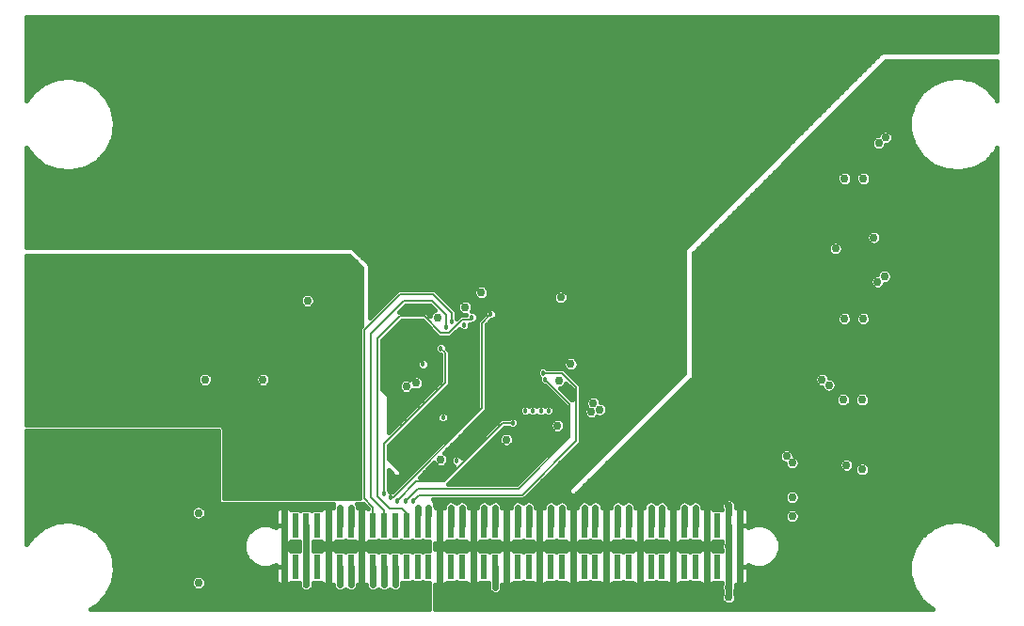
<source format=gbl>
G75*
G70*
%OFA0B0*%
%FSLAX24Y24*%
%IPPOS*%
%LPD*%
%AMOC8*
5,1,8,0,0,1.08239X$1,22.5*
%
%ADD10R,0.0236X0.0906*%
%ADD11C,0.0160*%
%ADD12C,0.0180*%
%ADD13C,0.0295*%
%ADD14C,0.0240*%
%ADD15C,0.0240*%
%ADD16C,0.0080*%
D10*
X009826Y002208D03*
X010219Y002208D03*
X010613Y002208D03*
X011007Y002208D03*
X011400Y002208D03*
X011794Y002208D03*
X012188Y002208D03*
X012582Y002208D03*
X012975Y002208D03*
X013369Y002208D03*
X013763Y002208D03*
X014156Y002208D03*
X014550Y002208D03*
X014944Y002208D03*
X015337Y002208D03*
X015731Y002208D03*
X016125Y002208D03*
X016519Y002208D03*
X016912Y002208D03*
X017306Y002208D03*
X017700Y002208D03*
X018093Y002208D03*
X018487Y002208D03*
X018881Y002208D03*
X019274Y002208D03*
X019668Y002208D03*
X020062Y002208D03*
X020456Y002208D03*
X020849Y002208D03*
X021243Y002208D03*
X021637Y002208D03*
X022030Y002208D03*
X022424Y002208D03*
X022818Y002208D03*
X023211Y002208D03*
X023605Y002208D03*
X023999Y002208D03*
X024393Y002208D03*
X024786Y002208D03*
X025180Y002208D03*
X025574Y002208D03*
X025967Y002208D03*
X025967Y003664D03*
X025574Y003664D03*
X025180Y003664D03*
X024786Y003664D03*
X024393Y003664D03*
X023999Y003664D03*
X023605Y003664D03*
X023211Y003664D03*
X022818Y003664D03*
X022424Y003664D03*
X022030Y003664D03*
X021637Y003664D03*
X021243Y003664D03*
X020849Y003664D03*
X020456Y003664D03*
X020062Y003664D03*
X019668Y003664D03*
X019274Y003664D03*
X018881Y003664D03*
X018487Y003664D03*
X018093Y003664D03*
X017700Y003664D03*
X017306Y003664D03*
X016912Y003664D03*
X016519Y003664D03*
X016125Y003664D03*
X015731Y003664D03*
X015337Y003664D03*
X014944Y003664D03*
X014550Y003664D03*
X014156Y003664D03*
X013763Y003664D03*
X013369Y003664D03*
X012975Y003664D03*
X012582Y003664D03*
X012188Y003664D03*
X011794Y003664D03*
X011400Y003664D03*
X011007Y003664D03*
X010613Y003664D03*
X010219Y003664D03*
X009826Y003664D03*
D11*
X003196Y000835D02*
X002979Y000710D01*
X014983Y000710D01*
X014983Y001635D01*
X014776Y001635D01*
X014747Y001664D01*
X014718Y001635D01*
X014382Y001635D01*
X014353Y001664D01*
X014324Y001635D01*
X014003Y001635D01*
X014003Y001510D01*
X013966Y001422D01*
X013899Y001354D01*
X013810Y001318D01*
X013715Y001318D01*
X013627Y001354D01*
X013566Y001415D01*
X013505Y001354D01*
X013417Y001318D01*
X013321Y001318D01*
X013233Y001354D01*
X013172Y001415D01*
X013111Y001354D01*
X013023Y001318D01*
X012928Y001318D01*
X012839Y001354D01*
X012772Y001422D01*
X012735Y001510D01*
X012735Y001578D01*
X012723Y001575D01*
X012582Y001575D01*
X012582Y002208D01*
X012582Y002208D01*
X012582Y002840D01*
X012723Y002840D01*
X012769Y002828D01*
X012810Y002804D01*
X012834Y002780D01*
X013143Y002780D01*
X013172Y002751D01*
X013201Y002780D01*
X013537Y002780D01*
X013566Y002751D01*
X013595Y002780D01*
X013930Y002780D01*
X013960Y002751D01*
X013989Y002780D01*
X014324Y002780D01*
X014353Y002751D01*
X014382Y002780D01*
X014718Y002780D01*
X014747Y002751D01*
X014776Y002780D01*
X014983Y002780D01*
X014983Y003091D01*
X014776Y003091D01*
X014747Y003121D01*
X014718Y003091D01*
X014382Y003091D01*
X014353Y003121D01*
X014324Y003091D01*
X013989Y003091D01*
X013960Y003121D01*
X013930Y003091D01*
X013595Y003091D01*
X013566Y003121D01*
X013537Y003091D01*
X013201Y003091D01*
X013172Y003121D01*
X013143Y003091D01*
X012834Y003091D01*
X012810Y003067D01*
X012769Y003044D01*
X012723Y003031D01*
X012582Y003031D01*
X012582Y003664D01*
X012582Y003664D01*
X012582Y003031D01*
X012440Y003031D01*
X012394Y003044D01*
X012353Y003067D01*
X012329Y003091D01*
X012020Y003091D01*
X011991Y003121D01*
X011962Y003091D01*
X011653Y003091D01*
X011629Y003067D01*
X011588Y003044D01*
X011542Y003031D01*
X011400Y003031D01*
X011400Y003664D01*
X011400Y003664D01*
X011400Y003031D01*
X011259Y003031D01*
X011213Y003044D01*
X011172Y003067D01*
X011148Y003091D01*
X010853Y003091D01*
X010853Y002780D01*
X011148Y002780D01*
X011172Y002804D01*
X011213Y002828D01*
X011259Y002840D01*
X011400Y002840D01*
X011400Y002208D01*
X011400Y002208D01*
X011400Y002840D01*
X011542Y002840D01*
X011588Y002828D01*
X011629Y002804D01*
X011653Y002780D01*
X011962Y002780D01*
X011991Y002751D01*
X012020Y002780D01*
X012329Y002780D01*
X012353Y002804D01*
X012394Y002828D01*
X012440Y002840D01*
X012582Y002840D01*
X012582Y002208D01*
X012582Y002208D01*
X012582Y001575D01*
X012440Y001575D01*
X012428Y001578D01*
X012428Y001510D01*
X012391Y001422D01*
X012324Y001354D01*
X012236Y001318D01*
X012140Y001318D01*
X012052Y001354D01*
X011991Y001415D01*
X011930Y001354D01*
X011842Y001318D01*
X011746Y001318D01*
X011658Y001354D01*
X011591Y001422D01*
X011554Y001510D01*
X011554Y001578D01*
X011542Y001575D01*
X011400Y001575D01*
X011400Y002208D01*
X011400Y002208D01*
X011400Y001575D01*
X011259Y001575D01*
X011213Y001587D01*
X011172Y001611D01*
X011148Y001635D01*
X010853Y001635D01*
X010853Y001510D01*
X010817Y001422D01*
X010749Y001354D01*
X010661Y001318D01*
X010565Y001318D01*
X010477Y001354D01*
X010410Y001422D01*
X010373Y001510D01*
X010373Y001635D01*
X010078Y001635D01*
X010054Y001611D01*
X010013Y001587D01*
X009967Y001575D01*
X009826Y001575D01*
X009826Y002208D01*
X009826Y002208D01*
X009528Y002208D01*
X009528Y002272D01*
X009307Y002180D01*
X009006Y002180D01*
X008728Y002295D01*
X008516Y002508D01*
X008401Y002786D01*
X008401Y003086D01*
X008516Y003364D01*
X008728Y003576D01*
X009006Y003691D01*
X009307Y003691D01*
X009528Y003600D01*
X009528Y003664D01*
X009826Y003664D01*
X009826Y003664D01*
X009826Y004297D01*
X009967Y004297D01*
X010013Y004285D01*
X010054Y004261D01*
X010078Y004237D01*
X010387Y004237D01*
X010416Y004208D01*
X010445Y004237D01*
X010781Y004237D01*
X010810Y004208D01*
X010839Y004237D01*
X011148Y004237D01*
X011172Y004261D01*
X011213Y004285D01*
X011259Y004297D01*
X011400Y004297D01*
X011400Y003664D01*
X011400Y003664D01*
X011400Y004297D01*
X011542Y004297D01*
X011554Y004294D01*
X011554Y004362D01*
X011578Y004419D01*
X011510Y004419D01*
X011497Y004432D01*
X007503Y004432D01*
X007503Y007030D01*
X000710Y007030D01*
X000710Y002988D01*
X000917Y003291D01*
X000917Y003291D01*
X000917Y003291D01*
X001309Y003603D01*
X001309Y003603D01*
X001775Y003786D01*
X001775Y003786D01*
X002274Y003824D01*
X002274Y003824D01*
X002762Y003712D01*
X002762Y003712D01*
X003196Y003462D01*
X003196Y003462D01*
X003537Y003095D01*
X003537Y003095D01*
X003754Y002644D01*
X003754Y002644D01*
X003829Y002149D01*
X003754Y001653D01*
X003754Y001653D01*
X003537Y001202D01*
X003537Y001202D01*
X003196Y000835D01*
X003196Y000835D01*
X003196Y000835D01*
X003160Y000814D02*
X014983Y000814D01*
X014983Y000973D02*
X003324Y000973D01*
X003471Y001131D02*
X014983Y001131D01*
X014983Y001290D02*
X003579Y001290D01*
X003655Y001448D02*
X006604Y001448D01*
X006567Y001485D02*
X006643Y001410D01*
X006741Y001369D01*
X006847Y001369D01*
X006946Y001410D01*
X007021Y001485D01*
X007062Y001583D01*
X007062Y001690D01*
X007021Y001788D01*
X006946Y001864D01*
X006847Y001904D01*
X006741Y001904D01*
X006643Y001864D01*
X006567Y001788D01*
X006527Y001690D01*
X006527Y001583D01*
X006567Y001485D01*
X006527Y001607D02*
X003731Y001607D01*
X003771Y001765D02*
X006558Y001765D01*
X007031Y001765D02*
X009528Y001765D01*
X009528Y001731D02*
X009540Y001685D01*
X009564Y001644D01*
X009597Y001611D01*
X009638Y001587D01*
X009684Y001575D01*
X009826Y001575D01*
X009826Y002208D01*
X009826Y002208D01*
X009528Y002208D01*
X009528Y001731D01*
X009604Y001607D02*
X007062Y001607D01*
X006984Y001448D02*
X010399Y001448D01*
X010373Y001607D02*
X010047Y001607D01*
X009826Y001607D02*
X009826Y001607D01*
X009826Y001765D02*
X009826Y001765D01*
X009826Y001924D02*
X009826Y001924D01*
X009826Y002082D02*
X009826Y002082D01*
X009528Y002082D02*
X003818Y002082D01*
X003815Y002241D02*
X008861Y002241D01*
X008625Y002399D02*
X003791Y002399D01*
X003767Y002558D02*
X008495Y002558D01*
X008430Y002716D02*
X003719Y002716D01*
X003643Y002875D02*
X008401Y002875D01*
X008401Y003033D02*
X003566Y003033D01*
X003447Y003192D02*
X008444Y003192D01*
X008510Y003350D02*
X003300Y003350D01*
X003115Y003509D02*
X008660Y003509D01*
X008947Y003667D02*
X002841Y003667D01*
X001471Y003667D02*
X000710Y003667D01*
X000710Y003509D02*
X001189Y003509D01*
X000991Y003350D02*
X000710Y003350D01*
X000710Y003192D02*
X000849Y003192D01*
X000741Y003033D02*
X000710Y003033D01*
X000710Y003826D02*
X009528Y003826D01*
X009528Y003984D02*
X007029Y003984D01*
X007021Y003965D02*
X007062Y004064D01*
X007062Y004170D01*
X007021Y004269D01*
X006946Y004344D01*
X006847Y004385D01*
X006741Y004385D01*
X006643Y004344D01*
X006567Y004269D01*
X006527Y004170D01*
X006527Y004064D01*
X006567Y003965D01*
X006643Y003890D01*
X006741Y003849D01*
X006847Y003849D01*
X006946Y003890D01*
X007021Y003965D01*
X007062Y004143D02*
X009528Y004143D01*
X009528Y004141D02*
X009528Y003664D01*
X009826Y003664D01*
X009826Y003664D01*
X009826Y004297D01*
X009684Y004297D01*
X009638Y004285D01*
X009597Y004261D01*
X009564Y004228D01*
X009540Y004186D01*
X009528Y004141D01*
X009826Y004143D02*
X009826Y004143D01*
X009826Y003984D02*
X009826Y003984D01*
X009826Y003826D02*
X009826Y003826D01*
X009826Y003667D02*
X009826Y003667D01*
X009528Y003667D02*
X009366Y003667D01*
X009912Y003031D02*
X009967Y003031D01*
X010013Y003044D01*
X010054Y003067D01*
X010078Y003091D01*
X010373Y003091D01*
X010373Y002780D01*
X010078Y002780D01*
X010054Y002804D01*
X010013Y002828D01*
X009967Y002840D01*
X009912Y002840D01*
X009912Y003031D01*
X009973Y003033D02*
X010373Y003033D01*
X010373Y002875D02*
X009912Y002875D01*
X010853Y002875D02*
X014983Y002875D01*
X014983Y003033D02*
X012729Y003033D01*
X012582Y003033D02*
X012582Y003033D01*
X012434Y003033D02*
X011548Y003033D01*
X011400Y003033D02*
X011400Y003033D01*
X011253Y003033D02*
X010853Y003033D01*
X011400Y003192D02*
X011400Y003192D01*
X011400Y003350D02*
X011400Y003350D01*
X011400Y003509D02*
X011400Y003509D01*
X011400Y003667D02*
X011400Y003667D01*
X011400Y003826D02*
X011400Y003826D01*
X011400Y003984D02*
X011400Y003984D01*
X011400Y004143D02*
X011400Y004143D01*
X011554Y004301D02*
X006989Y004301D01*
X006600Y004301D02*
X000710Y004301D01*
X000710Y004143D02*
X006527Y004143D01*
X006560Y003984D02*
X000710Y003984D01*
X000710Y004460D02*
X007503Y004460D01*
X007503Y004618D02*
X000710Y004618D01*
X000710Y004777D02*
X007503Y004777D01*
X007503Y004935D02*
X000710Y004935D01*
X000710Y005094D02*
X007503Y005094D01*
X007503Y005252D02*
X000710Y005252D01*
X000710Y005411D02*
X007503Y005411D01*
X007503Y005569D02*
X000710Y005569D01*
X000710Y005728D02*
X007503Y005728D01*
X007503Y005886D02*
X000710Y005886D01*
X000710Y006045D02*
X007503Y006045D01*
X007503Y006203D02*
X000710Y006203D01*
X000710Y006362D02*
X007503Y006362D01*
X007503Y006520D02*
X000710Y006520D01*
X000710Y006679D02*
X007503Y006679D01*
X007503Y006837D02*
X000710Y006837D01*
X000710Y006996D02*
X007503Y006996D01*
X007703Y006996D02*
X012500Y006996D01*
X012500Y007154D02*
X007662Y007154D01*
X007703Y007113D02*
X007586Y007230D01*
X000710Y007230D01*
X000710Y013239D01*
X012134Y013239D01*
X012570Y012803D01*
X012570Y010749D01*
X012500Y010679D01*
X012500Y004632D01*
X007703Y004632D01*
X007703Y007113D01*
X007703Y006837D02*
X012500Y006837D01*
X012500Y006679D02*
X007703Y006679D01*
X007703Y006520D02*
X012500Y006520D01*
X012500Y006362D02*
X007703Y006362D01*
X007703Y006203D02*
X012500Y006203D01*
X012500Y006045D02*
X007703Y006045D01*
X007703Y005886D02*
X012500Y005886D01*
X012500Y005728D02*
X007703Y005728D01*
X007703Y005569D02*
X012500Y005569D01*
X012500Y005411D02*
X007703Y005411D01*
X007703Y005252D02*
X012500Y005252D01*
X012500Y005094D02*
X007703Y005094D01*
X007703Y004935D02*
X012500Y004935D01*
X012500Y004777D02*
X007703Y004777D01*
X011400Y002716D02*
X011400Y002716D01*
X011400Y002558D02*
X011400Y002558D01*
X011400Y002399D02*
X011400Y002399D01*
X011400Y002241D02*
X011400Y002241D01*
X011400Y002082D02*
X011400Y002082D01*
X011400Y001924D02*
X011400Y001924D01*
X011400Y001765D02*
X011400Y001765D01*
X011400Y001607D02*
X011400Y001607D01*
X011179Y001607D02*
X010853Y001607D01*
X010827Y001448D02*
X011580Y001448D01*
X012402Y001448D02*
X012761Y001448D01*
X012582Y001607D02*
X012582Y001607D01*
X012582Y001765D02*
X012582Y001765D01*
X012582Y001924D02*
X012582Y001924D01*
X012582Y002082D02*
X012582Y002082D01*
X012582Y002241D02*
X012582Y002241D01*
X012582Y002399D02*
X012582Y002399D01*
X012582Y002558D02*
X012582Y002558D01*
X012582Y002716D02*
X012582Y002716D01*
X012582Y003192D02*
X012582Y003192D01*
X012582Y003350D02*
X012582Y003350D01*
X012582Y003509D02*
X012582Y003509D01*
X012582Y003664D02*
X012582Y004297D01*
X012723Y004297D01*
X012769Y004285D01*
X012790Y004273D01*
X012631Y004432D01*
X012399Y004432D01*
X012428Y004362D01*
X012428Y004294D01*
X012440Y004297D01*
X012582Y004297D01*
X012582Y003664D01*
X012582Y003664D01*
X012582Y003667D02*
X012582Y003667D01*
X012582Y003826D02*
X012582Y003826D01*
X012582Y003984D02*
X012582Y003984D01*
X012582Y004143D02*
X012582Y004143D01*
X012428Y004301D02*
X012762Y004301D01*
X013529Y004923D02*
X013529Y005624D01*
X013748Y005404D01*
X013895Y005404D01*
X013971Y005480D01*
X013971Y005588D01*
X013895Y005664D01*
X013538Y006021D01*
X013538Y006501D01*
X015694Y008657D01*
X015694Y009853D01*
X015601Y009946D01*
X015587Y009960D01*
X015587Y010031D01*
X015464Y010154D01*
X015290Y010154D01*
X015167Y010031D01*
X015167Y009857D01*
X015290Y009734D01*
X015361Y009734D01*
X015374Y009720D01*
X015374Y008790D01*
X013538Y006954D01*
X013538Y008265D01*
X013462Y008341D01*
X013293Y008511D01*
X013293Y010232D01*
X013986Y010926D01*
X014720Y010926D01*
X015311Y010335D01*
X015719Y010335D01*
X015812Y010429D01*
X016030Y010647D01*
X016117Y010561D01*
X016291Y010561D01*
X016414Y010684D01*
X016414Y010807D01*
X016467Y010807D01*
X016495Y010836D01*
X016566Y010836D01*
X016689Y010959D01*
X016689Y011133D01*
X016566Y011256D01*
X016473Y011256D01*
X016511Y011347D01*
X016511Y011454D01*
X016470Y011552D01*
X016395Y011627D01*
X016296Y011668D01*
X016190Y011668D01*
X016091Y011627D01*
X016016Y011552D01*
X015975Y011454D01*
X015975Y011347D01*
X016016Y011249D01*
X016091Y011174D01*
X016190Y011133D01*
X016269Y011133D01*
X016269Y011127D01*
X016059Y011127D01*
X015944Y011012D01*
X015931Y011026D01*
X015931Y011270D01*
X015261Y011939D01*
X015168Y012033D01*
X013854Y012033D01*
X012869Y011048D01*
X012869Y012911D01*
X012793Y012987D01*
X012242Y013538D01*
X000710Y013538D01*
X000710Y017057D01*
X000917Y016754D01*
X000917Y016754D01*
X001309Y016442D01*
X001775Y016259D01*
X002274Y016221D01*
X002762Y016333D01*
X003196Y016583D01*
X003196Y016583D01*
X003196Y016583D01*
X003537Y016950D01*
X003754Y017401D01*
X003754Y017401D01*
X003829Y017897D01*
X003754Y018392D01*
X003537Y018843D01*
X003196Y019210D01*
X003196Y019210D01*
X002762Y019460D01*
X002274Y019572D01*
X001775Y019534D01*
X001775Y019534D01*
X001309Y019351D01*
X001309Y019351D01*
X000917Y019039D01*
X000710Y018736D01*
X000710Y021697D01*
X035083Y021697D01*
X035083Y020467D01*
X030992Y020467D01*
X030916Y020391D01*
X023987Y013462D01*
X023987Y009053D01*
X019893Y004958D01*
X019893Y004851D01*
X019969Y004774D01*
X019970Y004773D01*
X020007Y004735D01*
X020008Y004735D01*
X020062Y004735D01*
X020115Y004735D01*
X020115Y004735D01*
X020116Y004735D01*
X020154Y004773D01*
X024249Y008830D01*
X024250Y008830D01*
X024288Y008867D01*
X024325Y008905D01*
X024325Y008905D01*
X024326Y008906D01*
X024326Y008959D01*
X024326Y009013D01*
X024326Y009013D01*
X024326Y013315D01*
X031139Y020129D01*
X035083Y020129D01*
X035083Y018738D01*
X035033Y018843D01*
X034692Y019210D01*
X034258Y019460D01*
X033770Y019572D01*
X033271Y019534D01*
X033271Y019534D01*
X032805Y019351D01*
X032413Y019039D01*
X032131Y018625D01*
X031983Y018147D01*
X031983Y017646D01*
X032131Y017168D01*
X032131Y017168D01*
X032413Y016754D01*
X032413Y016754D01*
X032805Y016442D01*
X033271Y016259D01*
X033770Y016221D01*
X033770Y016221D01*
X034258Y016333D01*
X034258Y016333D01*
X034692Y016583D01*
X034692Y016583D01*
X035033Y016950D01*
X035083Y017055D01*
X035083Y002990D01*
X035033Y003095D01*
X034692Y003462D01*
X034258Y003712D01*
X033770Y003824D01*
X033271Y003786D01*
X033271Y003786D01*
X032805Y003603D01*
X032805Y003603D01*
X032413Y003291D01*
X032131Y002877D01*
X031983Y002399D01*
X031983Y001898D01*
X032131Y001420D01*
X032131Y001420D01*
X032413Y001006D01*
X032413Y001006D01*
X032784Y000710D01*
X015183Y000710D01*
X015183Y001578D01*
X015196Y001575D01*
X015337Y001575D01*
X015337Y002208D01*
X015337Y002840D01*
X015196Y002840D01*
X015183Y002837D01*
X015183Y003035D01*
X015196Y003031D01*
X015337Y003031D01*
X015337Y003664D01*
X015337Y003664D01*
X015337Y003031D01*
X015479Y003031D01*
X015525Y003044D01*
X015566Y003067D01*
X015590Y003091D01*
X015899Y003091D01*
X015928Y003121D01*
X015957Y003091D01*
X016266Y003091D01*
X016290Y003067D01*
X016331Y003044D01*
X016377Y003031D01*
X016519Y003031D01*
X016660Y003031D01*
X016706Y003044D01*
X016747Y003067D01*
X016771Y003091D01*
X017080Y003091D01*
X017109Y003121D01*
X017138Y003091D01*
X017447Y003091D01*
X017471Y003067D01*
X017512Y003044D01*
X017558Y003031D01*
X017700Y003031D01*
X017841Y003031D01*
X017887Y003044D01*
X017928Y003067D01*
X017952Y003091D01*
X018261Y003091D01*
X018290Y003121D01*
X018319Y003091D01*
X018628Y003091D01*
X018652Y003067D01*
X018693Y003044D01*
X018739Y003031D01*
X018881Y003031D01*
X019023Y003031D01*
X019068Y003044D01*
X019109Y003067D01*
X019133Y003091D01*
X019442Y003091D01*
X019471Y003121D01*
X019500Y003091D01*
X019809Y003091D01*
X019833Y003067D01*
X019874Y003044D01*
X019920Y003031D01*
X020062Y003031D01*
X020204Y003031D01*
X020249Y003044D01*
X020291Y003067D01*
X020315Y003091D01*
X020623Y003091D01*
X020652Y003121D01*
X020681Y003091D01*
X020990Y003091D01*
X021014Y003067D01*
X021055Y003044D01*
X021101Y003031D01*
X021243Y003031D01*
X021385Y003031D01*
X021431Y003044D01*
X021472Y003067D01*
X021496Y003091D01*
X021805Y003091D01*
X021834Y003121D01*
X021863Y003091D01*
X022171Y003091D01*
X022195Y003067D01*
X022237Y003044D01*
X022282Y003031D01*
X022424Y003031D01*
X022424Y003664D01*
X022424Y003664D01*
X022424Y003031D01*
X022566Y003031D01*
X022612Y003044D01*
X022653Y003067D01*
X022677Y003091D01*
X022986Y003091D01*
X023015Y003121D01*
X023044Y003091D01*
X023353Y003091D01*
X023377Y003067D01*
X023418Y003044D01*
X023463Y003031D01*
X023605Y003031D01*
X023605Y003664D01*
X023605Y003664D01*
X023605Y003031D01*
X023747Y003031D01*
X023793Y003044D01*
X023834Y003067D01*
X023858Y003091D01*
X024167Y003091D01*
X024196Y003121D01*
X024225Y003091D01*
X024534Y003091D01*
X024558Y003067D01*
X024599Y003044D01*
X024644Y003031D01*
X024786Y003031D01*
X024786Y003664D01*
X024786Y003664D01*
X024786Y003031D01*
X024928Y003031D01*
X024974Y003044D01*
X025015Y003067D01*
X025039Y003091D01*
X025334Y003091D01*
X025334Y003056D01*
X025306Y002989D01*
X025306Y002883D01*
X025334Y002816D01*
X025334Y002780D01*
X025039Y002780D01*
X025015Y002804D01*
X024974Y002828D01*
X024928Y002840D01*
X024786Y002840D01*
X024644Y002840D01*
X024599Y002828D01*
X024558Y002804D01*
X024534Y002780D01*
X024225Y002780D01*
X024196Y002751D01*
X024167Y002780D01*
X023858Y002780D01*
X023834Y002804D01*
X023793Y002828D01*
X023747Y002840D01*
X023605Y002840D01*
X023463Y002840D01*
X023418Y002828D01*
X023377Y002804D01*
X023353Y002780D01*
X023044Y002780D01*
X023015Y002751D01*
X022986Y002780D01*
X022677Y002780D01*
X022653Y002804D01*
X022612Y002828D01*
X022566Y002840D01*
X022424Y002840D01*
X022282Y002840D01*
X022237Y002828D01*
X022195Y002804D01*
X022171Y002780D01*
X021863Y002780D01*
X021834Y002751D01*
X021805Y002780D01*
X021496Y002780D01*
X021472Y002804D01*
X021431Y002828D01*
X021385Y002840D01*
X021243Y002840D01*
X021243Y002208D01*
X021243Y002840D01*
X021101Y002840D01*
X021055Y002828D01*
X021014Y002804D01*
X020990Y002780D01*
X020681Y002780D01*
X020652Y002751D01*
X020623Y002780D01*
X020315Y002780D01*
X020291Y002804D01*
X020249Y002828D01*
X020204Y002840D01*
X020062Y002840D01*
X020062Y002208D01*
X020062Y002208D01*
X020062Y002840D01*
X019920Y002840D01*
X019874Y002828D01*
X019833Y002804D01*
X019809Y002780D01*
X019500Y002780D01*
X019471Y002751D01*
X019442Y002780D01*
X019133Y002780D01*
X019109Y002804D01*
X019068Y002828D01*
X019023Y002840D01*
X018881Y002840D01*
X018881Y002208D01*
X018881Y002208D01*
X018881Y002840D01*
X018739Y002840D01*
X018693Y002828D01*
X018652Y002804D01*
X018628Y002780D01*
X018319Y002780D01*
X018290Y002751D01*
X018261Y002780D01*
X017952Y002780D01*
X017928Y002804D01*
X017887Y002828D01*
X017841Y002840D01*
X017700Y002840D01*
X017700Y002208D01*
X017700Y002208D01*
X017700Y002840D01*
X017558Y002840D01*
X017512Y002828D01*
X017471Y002804D01*
X017447Y002780D01*
X017138Y002780D01*
X017109Y002751D01*
X017080Y002780D01*
X016771Y002780D01*
X016747Y002804D01*
X016706Y002828D01*
X016660Y002840D01*
X016519Y002840D01*
X016519Y002208D01*
X016519Y002208D01*
X016519Y002840D01*
X016377Y002840D01*
X016331Y002828D01*
X016290Y002804D01*
X016266Y002780D01*
X015957Y002780D01*
X015928Y002751D01*
X015899Y002780D01*
X015590Y002780D01*
X015566Y002804D01*
X015525Y002828D01*
X015479Y002840D01*
X015337Y002840D01*
X015337Y002208D01*
X015337Y002208D01*
X015337Y002208D01*
X015337Y001575D01*
X015479Y001575D01*
X015525Y001587D01*
X015566Y001611D01*
X015590Y001635D01*
X015899Y001635D01*
X015928Y001664D01*
X015957Y001635D01*
X016266Y001635D01*
X016290Y001611D01*
X016331Y001587D01*
X016377Y001575D01*
X016519Y001575D01*
X016660Y001575D01*
X016706Y001587D01*
X016747Y001611D01*
X016771Y001635D01*
X017066Y001635D01*
X017066Y001431D01*
X017103Y001343D01*
X017170Y001276D01*
X017258Y001239D01*
X017354Y001239D01*
X017442Y001276D01*
X017509Y001343D01*
X017546Y001431D01*
X017546Y001578D01*
X017558Y001575D01*
X017700Y001575D01*
X017841Y001575D01*
X017887Y001587D01*
X017928Y001611D01*
X017952Y001635D01*
X018261Y001635D01*
X018290Y001664D01*
X018319Y001635D01*
X018628Y001635D01*
X018652Y001611D01*
X018693Y001587D01*
X018739Y001575D01*
X018881Y001575D01*
X019023Y001575D01*
X019068Y001587D01*
X019109Y001611D01*
X019133Y001635D01*
X019442Y001635D01*
X019471Y001664D01*
X019500Y001635D01*
X019809Y001635D01*
X019833Y001611D01*
X019874Y001587D01*
X019920Y001575D01*
X020062Y001575D01*
X020204Y001575D01*
X020249Y001587D01*
X020291Y001611D01*
X020315Y001635D01*
X020623Y001635D01*
X020652Y001664D01*
X020681Y001635D01*
X020990Y001635D01*
X021014Y001611D01*
X021055Y001587D01*
X021101Y001575D01*
X021243Y001575D01*
X021385Y001575D01*
X021431Y001587D01*
X021472Y001611D01*
X021496Y001635D01*
X021805Y001635D01*
X021834Y001664D01*
X021863Y001635D01*
X022171Y001635D01*
X022195Y001611D01*
X022237Y001587D01*
X022282Y001575D01*
X022424Y001575D01*
X022424Y002208D01*
X022424Y002840D01*
X022424Y002208D01*
X022424Y002208D01*
X022424Y002208D01*
X022424Y001575D01*
X022566Y001575D01*
X022612Y001587D01*
X022653Y001611D01*
X022677Y001635D01*
X022986Y001635D01*
X023015Y001664D01*
X023044Y001635D01*
X023353Y001635D01*
X023377Y001611D01*
X023418Y001587D01*
X023463Y001575D01*
X023605Y001575D01*
X023605Y002208D01*
X023605Y002840D01*
X023605Y002208D01*
X023605Y002208D01*
X023605Y002208D01*
X023605Y001575D01*
X023747Y001575D01*
X023793Y001587D01*
X023834Y001611D01*
X023858Y001635D01*
X024167Y001635D01*
X024196Y001664D01*
X024225Y001635D01*
X024534Y001635D01*
X024558Y001611D01*
X024599Y001587D01*
X024644Y001575D01*
X024786Y001575D01*
X024786Y002208D01*
X024786Y002840D01*
X024786Y002208D01*
X024786Y002208D01*
X024786Y002208D01*
X024786Y001575D01*
X024928Y001575D01*
X024974Y001587D01*
X025015Y001611D01*
X025039Y001635D01*
X025334Y001635D01*
X025334Y001599D01*
X025306Y001532D01*
X025306Y001426D01*
X025334Y001359D01*
X025334Y001245D01*
X025306Y001178D01*
X025306Y001072D01*
X025347Y000973D01*
X025422Y000898D01*
X025520Y000857D01*
X025627Y000857D01*
X025725Y000898D01*
X025801Y000973D01*
X025841Y001072D01*
X025841Y001178D01*
X025814Y001245D01*
X025814Y001359D01*
X025841Y001426D01*
X025841Y001532D01*
X025824Y001575D01*
X025826Y001575D01*
X025967Y001575D01*
X025967Y002208D01*
X026266Y002208D01*
X026266Y002272D01*
X026486Y002180D01*
X026787Y002180D01*
X027065Y002295D01*
X027277Y002508D01*
X027392Y002786D01*
X027392Y003086D01*
X027277Y003364D01*
X027065Y003576D01*
X026787Y003691D01*
X026486Y003691D01*
X026266Y003600D01*
X026266Y003664D01*
X025967Y003664D01*
X025967Y004297D01*
X025840Y004297D01*
X025841Y004300D01*
X025841Y004406D01*
X025801Y004505D01*
X025725Y004580D01*
X025627Y004621D01*
X025520Y004621D01*
X025422Y004580D01*
X025347Y004505D01*
X025306Y004406D01*
X025306Y004300D01*
X025332Y004237D01*
X025039Y004237D01*
X025015Y004261D01*
X024974Y004285D01*
X024928Y004297D01*
X024786Y004297D01*
X024644Y004297D01*
X024633Y004294D01*
X024633Y004362D01*
X024596Y004450D01*
X024529Y004517D01*
X024440Y004554D01*
X024345Y004554D01*
X024257Y004517D01*
X024196Y004456D01*
X024135Y004517D01*
X024047Y004554D01*
X023951Y004554D01*
X023863Y004517D01*
X023795Y004450D01*
X023759Y004362D01*
X023759Y004294D01*
X023747Y004297D01*
X023605Y004297D01*
X023463Y004297D01*
X023451Y004294D01*
X023451Y004362D01*
X023415Y004450D01*
X023347Y004517D01*
X023259Y004554D01*
X023164Y004554D01*
X023076Y004517D01*
X023015Y004456D01*
X022954Y004517D01*
X022866Y004554D01*
X022770Y004554D01*
X022682Y004517D01*
X022614Y004450D01*
X022578Y004362D01*
X022578Y004294D01*
X022566Y004297D01*
X022424Y004297D01*
X022282Y004297D01*
X022270Y004294D01*
X022270Y004362D01*
X022234Y004450D01*
X022166Y004517D01*
X022078Y004554D01*
X021983Y004554D01*
X021894Y004517D01*
X021834Y004456D01*
X021773Y004517D01*
X021684Y004554D01*
X021589Y004554D01*
X021501Y004517D01*
X021433Y004450D01*
X021397Y004362D01*
X021397Y004294D01*
X021385Y004297D01*
X021243Y004297D01*
X021243Y003664D01*
X021243Y003031D01*
X021243Y003664D01*
X021243Y003664D01*
X021243Y004297D01*
X021101Y004297D01*
X021089Y004294D01*
X021089Y004362D01*
X021053Y004450D01*
X020985Y004517D01*
X020897Y004554D01*
X020802Y004554D01*
X020713Y004517D01*
X020652Y004456D01*
X020592Y004517D01*
X020503Y004554D01*
X020408Y004554D01*
X020320Y004517D01*
X020252Y004450D01*
X020216Y004362D01*
X020216Y004294D01*
X020204Y004297D01*
X020062Y004297D01*
X020062Y003664D01*
X020062Y003031D01*
X020062Y003664D01*
X020062Y003664D01*
X020062Y003664D01*
X020062Y004297D01*
X019920Y004297D01*
X019908Y004294D01*
X019908Y004362D01*
X019872Y004450D01*
X019804Y004517D01*
X019716Y004554D01*
X019620Y004554D01*
X019532Y004517D01*
X019471Y004456D01*
X019410Y004517D01*
X019322Y004554D01*
X019227Y004554D01*
X019139Y004517D01*
X019071Y004450D01*
X019034Y004362D01*
X019034Y004294D01*
X019023Y004297D01*
X018881Y004297D01*
X018881Y003664D01*
X018881Y003031D01*
X018881Y003664D01*
X018881Y003664D01*
X018881Y003664D01*
X018881Y004297D01*
X018739Y004297D01*
X018727Y004294D01*
X018727Y004362D01*
X018691Y004450D01*
X018623Y004517D01*
X018535Y004554D01*
X018439Y004554D01*
X018351Y004517D01*
X018290Y004456D01*
X018229Y004517D01*
X018141Y004554D01*
X018046Y004554D01*
X017957Y004517D01*
X017890Y004450D01*
X017853Y004362D01*
X017853Y004294D01*
X017841Y004297D01*
X017700Y004297D01*
X017700Y003664D01*
X017700Y003031D01*
X017700Y003664D01*
X017700Y003664D01*
X017700Y003664D01*
X017700Y004297D01*
X017558Y004297D01*
X017546Y004294D01*
X017546Y004362D01*
X017509Y004450D01*
X017442Y004517D01*
X017354Y004554D01*
X017258Y004554D01*
X017170Y004517D01*
X017109Y004456D01*
X017048Y004517D01*
X016960Y004554D01*
X016865Y004554D01*
X016776Y004517D01*
X016709Y004450D01*
X016672Y004362D01*
X016672Y004294D01*
X016660Y004297D01*
X016519Y004297D01*
X016519Y003664D01*
X016519Y003031D01*
X016519Y003664D01*
X016519Y003664D01*
X016519Y003664D01*
X016519Y004297D01*
X016377Y004297D01*
X016365Y004294D01*
X016365Y004362D01*
X016328Y004450D01*
X016261Y004517D01*
X016173Y004554D01*
X016077Y004554D01*
X015989Y004517D01*
X015928Y004456D01*
X015867Y004517D01*
X015779Y004554D01*
X015683Y004554D01*
X015595Y004517D01*
X015528Y004450D01*
X015491Y004362D01*
X015491Y004294D01*
X015479Y004297D01*
X015337Y004297D01*
X015196Y004297D01*
X015184Y004294D01*
X015184Y004362D01*
X015183Y004363D01*
X015183Y004515D01*
X015111Y004587D01*
X018317Y004587D01*
X018411Y004681D01*
X020340Y006610D01*
X020340Y008632D01*
X020246Y008726D01*
X019734Y009238D01*
X019136Y009238D01*
X019086Y009288D01*
X018912Y009288D01*
X018789Y009165D01*
X018789Y008991D01*
X018868Y008912D01*
X018868Y008754D01*
X018991Y008631D01*
X019061Y008631D01*
X019784Y007909D01*
X019784Y006860D01*
X018066Y005143D01*
X015645Y005143D01*
X015655Y005153D01*
X017648Y007146D01*
X017799Y007146D01*
X017849Y007096D01*
X018023Y007096D01*
X018146Y007219D01*
X018146Y007393D01*
X018023Y007516D01*
X017849Y007516D01*
X017799Y007466D01*
X017648Y007466D01*
X017515Y007466D01*
X016121Y006072D01*
X016015Y006177D01*
X015841Y006177D01*
X015718Y006054D01*
X015718Y005880D01*
X015824Y005775D01*
X015429Y005379D01*
X014621Y005379D01*
X015135Y005892D01*
X015150Y005855D01*
X015225Y005780D01*
X015324Y005739D01*
X015430Y005739D01*
X015528Y005780D01*
X015604Y005855D01*
X015644Y005954D01*
X015644Y006060D01*
X015604Y006158D01*
X015528Y006234D01*
X015491Y006249D01*
X016994Y007752D01*
X016994Y010783D01*
X017165Y010954D01*
X017235Y010954D01*
X017359Y011077D01*
X017359Y011251D01*
X017235Y011374D01*
X017062Y011374D01*
X016939Y011251D01*
X016939Y011181D01*
X016767Y011009D01*
X016674Y010916D01*
X016674Y007884D01*
X013668Y004878D01*
X013574Y004878D01*
X013529Y004923D01*
X013529Y004935D02*
X013724Y004935D01*
X013883Y005094D02*
X013529Y005094D01*
X013529Y005252D02*
X014041Y005252D01*
X013901Y005411D02*
X014200Y005411D01*
X014358Y005569D02*
X013971Y005569D01*
X013832Y005728D02*
X014517Y005728D01*
X014675Y005886D02*
X013674Y005886D01*
X013538Y006045D02*
X014834Y006045D01*
X014992Y006203D02*
X013538Y006203D01*
X013538Y006362D02*
X015151Y006362D01*
X015309Y006520D02*
X013557Y006520D01*
X013716Y006679D02*
X015468Y006679D01*
X015626Y006837D02*
X013874Y006837D01*
X014033Y006996D02*
X015785Y006996D01*
X015943Y007154D02*
X014191Y007154D01*
X014350Y007313D02*
X015349Y007313D01*
X015369Y007293D02*
X015543Y007293D01*
X015666Y007416D01*
X015666Y007590D01*
X015543Y007713D01*
X015369Y007713D01*
X015246Y007590D01*
X015246Y007416D01*
X015369Y007293D01*
X015562Y007313D02*
X016102Y007313D01*
X016260Y007471D02*
X015666Y007471D01*
X015626Y007630D02*
X016419Y007630D01*
X016577Y007788D02*
X014825Y007788D01*
X014667Y007630D02*
X015285Y007630D01*
X015246Y007471D02*
X014508Y007471D01*
X014214Y007630D02*
X013538Y007630D01*
X013538Y007788D02*
X014373Y007788D01*
X014531Y007947D02*
X013538Y007947D01*
X013538Y008105D02*
X014690Y008105D01*
X014848Y008264D02*
X013538Y008264D01*
X013382Y008422D02*
X013961Y008422D01*
X013929Y008454D02*
X014005Y008378D01*
X014103Y008338D01*
X014210Y008338D01*
X014308Y008378D01*
X014383Y008454D01*
X014395Y008482D01*
X014457Y008456D01*
X014564Y008456D01*
X014662Y008496D01*
X014738Y008572D01*
X014778Y008670D01*
X014778Y008777D01*
X014738Y008875D01*
X014662Y008950D01*
X014564Y008991D01*
X014457Y008991D01*
X014359Y008950D01*
X014284Y008875D01*
X014272Y008847D01*
X014210Y008873D01*
X014103Y008873D01*
X014005Y008832D01*
X013929Y008757D01*
X013889Y008658D01*
X013889Y008552D01*
X013929Y008454D01*
X013889Y008581D02*
X013293Y008581D01*
X013293Y008739D02*
X013922Y008739D01*
X014306Y008898D02*
X013293Y008898D01*
X013293Y009056D02*
X015374Y009056D01*
X015374Y008898D02*
X014715Y008898D01*
X014778Y008739D02*
X015324Y008739D01*
X015165Y008581D02*
X014741Y008581D01*
X015007Y008422D02*
X014352Y008422D01*
X014984Y007947D02*
X016674Y007947D01*
X016674Y008105D02*
X015142Y008105D01*
X015301Y008264D02*
X016674Y008264D01*
X016674Y008422D02*
X015459Y008422D01*
X015618Y008581D02*
X016674Y008581D01*
X016674Y008739D02*
X015694Y008739D01*
X015694Y008898D02*
X016674Y008898D01*
X016674Y009056D02*
X015694Y009056D01*
X015694Y009215D02*
X016674Y009215D01*
X016674Y009373D02*
X015694Y009373D01*
X015694Y009532D02*
X016674Y009532D01*
X016674Y009690D02*
X015694Y009690D01*
X015694Y009849D02*
X016674Y009849D01*
X016674Y010007D02*
X015587Y010007D01*
X015374Y009690D02*
X013293Y009690D01*
X013293Y009532D02*
X014589Y009532D01*
X014537Y009480D02*
X014537Y009306D01*
X014660Y009183D01*
X014834Y009183D01*
X014957Y009306D01*
X014957Y009480D01*
X014834Y009603D01*
X014660Y009603D01*
X014537Y009480D01*
X014537Y009373D02*
X013293Y009373D01*
X013293Y009215D02*
X014628Y009215D01*
X014866Y009215D02*
X015374Y009215D01*
X015374Y009373D02*
X014957Y009373D01*
X014905Y009532D02*
X015374Y009532D01*
X015175Y009849D02*
X013293Y009849D01*
X013293Y010007D02*
X015167Y010007D01*
X015163Y010483D02*
X013543Y010483D01*
X013702Y010641D02*
X015005Y010641D01*
X014846Y010800D02*
X013860Y010800D01*
X013913Y011246D02*
X014144Y011477D01*
X014996Y011477D01*
X015172Y011300D01*
X015107Y011273D01*
X015032Y011198D01*
X014993Y011105D01*
X014946Y011152D01*
X014853Y011246D01*
X013913Y011246D01*
X013942Y011275D02*
X015112Y011275D01*
X015039Y011434D02*
X014101Y011434D01*
X013571Y011751D02*
X012869Y011751D01*
X012869Y011909D02*
X013730Y011909D01*
X013413Y011592D02*
X012869Y011592D01*
X012869Y011434D02*
X013254Y011434D01*
X013096Y011275D02*
X012869Y011275D01*
X012869Y011117D02*
X012937Y011117D01*
X012570Y011117D02*
X000710Y011117D01*
X000710Y011275D02*
X012570Y011275D01*
X012570Y011434D02*
X010828Y011434D01*
X010804Y011410D02*
X010879Y011485D01*
X010920Y011583D01*
X010920Y011690D01*
X010879Y011788D01*
X010804Y011864D01*
X010706Y011904D01*
X010599Y011904D01*
X010501Y011864D01*
X010426Y011788D01*
X010385Y011690D01*
X010385Y011583D01*
X010426Y011485D01*
X010501Y011410D01*
X010599Y011369D01*
X010706Y011369D01*
X010804Y011410D01*
X010920Y011592D02*
X012570Y011592D01*
X012570Y011751D02*
X010895Y011751D01*
X010410Y011751D02*
X000710Y011751D01*
X000710Y011909D02*
X012570Y011909D01*
X012570Y012068D02*
X000710Y012068D01*
X000710Y012226D02*
X012570Y012226D01*
X012570Y012385D02*
X000710Y012385D01*
X000710Y012543D02*
X012570Y012543D01*
X012570Y012702D02*
X000710Y012702D01*
X000710Y012860D02*
X012513Y012860D01*
X012354Y013019D02*
X000710Y013019D01*
X000710Y013177D02*
X012196Y013177D01*
X012445Y013336D02*
X023987Y013336D01*
X023987Y013177D02*
X012603Y013177D01*
X012762Y013019D02*
X023987Y013019D01*
X023987Y012860D02*
X012869Y012860D01*
X012869Y012702D02*
X023987Y012702D01*
X023987Y012543D02*
X012869Y012543D01*
X012869Y012385D02*
X023987Y012385D01*
X023987Y012226D02*
X012869Y012226D01*
X012869Y012068D02*
X016580Y012068D01*
X016587Y012084D02*
X016546Y011985D01*
X016546Y011879D01*
X016587Y011780D01*
X016662Y011705D01*
X016761Y011664D01*
X016867Y011664D01*
X016965Y011705D01*
X017041Y011780D01*
X017081Y011879D01*
X017081Y011985D01*
X017041Y012084D01*
X016965Y012159D01*
X016867Y012200D01*
X016761Y012200D01*
X016662Y012159D01*
X016587Y012084D01*
X016546Y011909D02*
X015291Y011909D01*
X015450Y011751D02*
X016617Y011751D01*
X016430Y011592D02*
X019413Y011592D01*
X019402Y011603D02*
X019477Y011528D01*
X019576Y011487D01*
X019682Y011487D01*
X019780Y011528D01*
X019856Y011603D01*
X019896Y011702D01*
X019896Y011808D01*
X019856Y011906D01*
X019780Y011982D01*
X019682Y012022D01*
X019576Y012022D01*
X019477Y011982D01*
X019402Y011906D01*
X019361Y011808D01*
X019361Y011702D01*
X019402Y011603D01*
X019361Y011751D02*
X017011Y011751D01*
X017081Y011909D02*
X019405Y011909D01*
X019853Y011909D02*
X023987Y011909D01*
X023987Y011751D02*
X019896Y011751D01*
X019845Y011592D02*
X023987Y011592D01*
X023987Y011434D02*
X016511Y011434D01*
X016481Y011275D02*
X016962Y011275D01*
X016874Y011117D02*
X016689Y011117D01*
X016688Y010958D02*
X016716Y010958D01*
X016674Y010800D02*
X016414Y010800D01*
X016371Y010641D02*
X016674Y010641D01*
X016674Y010483D02*
X015866Y010483D01*
X016025Y010641D02*
X016036Y010641D01*
X016048Y011117D02*
X015931Y011117D01*
X015925Y011275D02*
X016005Y011275D01*
X015975Y011434D02*
X015767Y011434D01*
X015608Y011592D02*
X016056Y011592D01*
X017047Y012068D02*
X023987Y012068D01*
X024326Y012068D02*
X030726Y012068D01*
X030698Y012079D02*
X030796Y012038D01*
X030903Y012038D01*
X031001Y012079D01*
X031076Y012154D01*
X031110Y012235D01*
X031139Y012235D01*
X031237Y012276D01*
X031312Y012351D01*
X031353Y012450D01*
X031353Y012556D01*
X031312Y012654D01*
X031237Y012730D01*
X031139Y012770D01*
X031032Y012770D01*
X030934Y012730D01*
X030859Y012654D01*
X030825Y012574D01*
X030796Y012574D01*
X030698Y012533D01*
X030622Y012458D01*
X030582Y012359D01*
X030582Y012253D01*
X030622Y012154D01*
X030698Y012079D01*
X030593Y012226D02*
X024326Y012226D01*
X024326Y012385D02*
X030592Y012385D01*
X030722Y012543D02*
X024326Y012543D01*
X024326Y012702D02*
X030906Y012702D01*
X031265Y012702D02*
X035083Y012702D01*
X035083Y012860D02*
X024326Y012860D01*
X024326Y013019D02*
X035083Y013019D01*
X035083Y013177D02*
X024326Y013177D01*
X024346Y013336D02*
X029126Y013336D01*
X029126Y013335D02*
X029202Y013260D01*
X029300Y013219D01*
X029406Y013219D01*
X029505Y013260D01*
X029580Y013335D01*
X029621Y013434D01*
X029621Y013540D01*
X029580Y013639D01*
X029505Y013714D01*
X029406Y013755D01*
X029300Y013755D01*
X029202Y013714D01*
X029126Y013639D01*
X029086Y013540D01*
X029086Y013434D01*
X029126Y013335D01*
X029086Y013494D02*
X024505Y013494D01*
X024663Y013653D02*
X029140Y013653D01*
X029566Y013653D02*
X030563Y013653D01*
X030560Y013654D02*
X030658Y013613D01*
X030765Y013613D01*
X030863Y013654D01*
X030938Y013729D01*
X030979Y013828D01*
X030979Y013934D01*
X030938Y014032D01*
X030863Y014108D01*
X030765Y014148D01*
X030658Y014148D01*
X030560Y014108D01*
X030485Y014032D01*
X030444Y013934D01*
X030444Y013828D01*
X030485Y013729D01*
X030560Y013654D01*
X030451Y013811D02*
X024822Y013811D01*
X024980Y013970D02*
X030459Y013970D01*
X030609Y014128D02*
X025139Y014128D01*
X025297Y014287D02*
X035083Y014287D01*
X035083Y014445D02*
X025456Y014445D01*
X025614Y014604D02*
X035083Y014604D01*
X035083Y014762D02*
X025773Y014762D01*
X025931Y014921D02*
X035083Y014921D01*
X035083Y015079D02*
X026090Y015079D01*
X026248Y015238D02*
X035083Y015238D01*
X035083Y015396D02*
X026407Y015396D01*
X026565Y015555D02*
X035083Y015555D01*
X035083Y015713D02*
X030423Y015713D01*
X030391Y015700D02*
X030489Y015741D01*
X030564Y015816D01*
X030605Y015914D01*
X030605Y016021D01*
X030564Y016119D01*
X030489Y016194D01*
X030391Y016235D01*
X030284Y016235D01*
X030186Y016194D01*
X030111Y016119D01*
X030070Y016021D01*
X030070Y015914D01*
X030111Y015816D01*
X030186Y015741D01*
X030284Y015700D01*
X030391Y015700D01*
X030252Y015713D02*
X029753Y015713D01*
X029721Y015700D02*
X029820Y015741D01*
X029895Y015816D01*
X029936Y015914D01*
X029936Y016021D01*
X029895Y016119D01*
X029820Y016194D01*
X029721Y016235D01*
X029615Y016235D01*
X029517Y016194D01*
X029441Y016119D01*
X029401Y016021D01*
X029401Y015914D01*
X029441Y015816D01*
X029517Y015741D01*
X029615Y015700D01*
X029721Y015700D01*
X029583Y015713D02*
X026724Y015713D01*
X026882Y015872D02*
X029418Y015872D01*
X029404Y016030D02*
X027041Y016030D01*
X027199Y016189D02*
X029511Y016189D01*
X029826Y016189D02*
X030180Y016189D01*
X030074Y016030D02*
X029932Y016030D01*
X029918Y015872D02*
X030088Y015872D01*
X030587Y015872D02*
X035083Y015872D01*
X035083Y016030D02*
X030601Y016030D01*
X030495Y016189D02*
X035083Y016189D01*
X035083Y016347D02*
X034283Y016347D01*
X034558Y016506D02*
X035083Y016506D01*
X035083Y016664D02*
X034767Y016664D01*
X034914Y016823D02*
X035083Y016823D01*
X035033Y016950D02*
X035033Y016950D01*
X035048Y016981D02*
X035083Y016981D01*
X033271Y016259D02*
X033271Y016259D01*
X033046Y016347D02*
X027358Y016347D01*
X027516Y016506D02*
X032724Y016506D01*
X032805Y016442D02*
X032805Y016442D01*
X032526Y016664D02*
X027675Y016664D01*
X027833Y016823D02*
X032366Y016823D01*
X032413Y016754D02*
X032413Y016754D01*
X032258Y016981D02*
X030994Y016981D01*
X031040Y017000D02*
X031116Y017076D01*
X031149Y017156D01*
X031178Y017156D01*
X031276Y017197D01*
X031352Y017272D01*
X031393Y017371D01*
X031393Y017477D01*
X031352Y017576D01*
X031276Y017651D01*
X031178Y017692D01*
X031072Y017692D01*
X030973Y017651D01*
X030898Y017576D01*
X030865Y017495D01*
X030835Y017495D01*
X030737Y017454D01*
X030662Y017379D01*
X030621Y017280D01*
X030621Y017174D01*
X030662Y017076D01*
X030737Y017000D01*
X030835Y016960D01*
X030942Y016960D01*
X031040Y017000D01*
X031142Y017140D02*
X032150Y017140D01*
X032091Y017298D02*
X031362Y017298D01*
X031393Y017457D02*
X032042Y017457D01*
X031993Y017615D02*
X031312Y017615D01*
X030937Y017615D02*
X028626Y017615D01*
X028784Y017774D02*
X031983Y017774D01*
X031983Y017932D02*
X028943Y017932D01*
X029101Y018091D02*
X031983Y018091D01*
X031983Y018147D02*
X031983Y018147D01*
X032015Y018249D02*
X029260Y018249D01*
X029418Y018408D02*
X032064Y018408D01*
X032113Y018566D02*
X029577Y018566D01*
X029735Y018725D02*
X032198Y018725D01*
X032307Y018883D02*
X029894Y018883D01*
X030052Y019042D02*
X032416Y019042D01*
X032413Y019039D02*
X032413Y019039D01*
X032615Y019200D02*
X030211Y019200D01*
X030369Y019359D02*
X032823Y019359D01*
X033226Y019517D02*
X030528Y019517D01*
X030686Y019676D02*
X035083Y019676D01*
X035083Y019834D02*
X030845Y019834D01*
X031003Y019993D02*
X035083Y019993D01*
X035083Y020468D02*
X000710Y020468D01*
X000710Y020310D02*
X030834Y020310D01*
X030676Y020151D02*
X000710Y020151D01*
X000710Y019993D02*
X030517Y019993D01*
X030359Y019834D02*
X000710Y019834D01*
X000710Y019676D02*
X030200Y019676D01*
X030042Y019517D02*
X002514Y019517D01*
X002274Y019572D02*
X002274Y019572D01*
X002762Y019460D02*
X002762Y019460D01*
X002939Y019359D02*
X029883Y019359D01*
X029725Y019200D02*
X003205Y019200D01*
X003352Y019042D02*
X029566Y019042D01*
X029408Y018883D02*
X003499Y018883D01*
X003537Y018843D02*
X003537Y018843D01*
X003594Y018725D02*
X029249Y018725D01*
X029091Y018566D02*
X003670Y018566D01*
X003746Y018408D02*
X028932Y018408D01*
X028774Y018249D02*
X003775Y018249D01*
X003754Y018392D02*
X003754Y018392D01*
X003799Y018091D02*
X028615Y018091D01*
X028457Y017932D02*
X003823Y017932D01*
X003810Y017774D02*
X028298Y017774D01*
X028140Y017615D02*
X003786Y017615D01*
X003762Y017457D02*
X027981Y017457D01*
X027823Y017298D02*
X003704Y017298D01*
X003628Y017140D02*
X027664Y017140D01*
X027506Y016981D02*
X003551Y016981D01*
X003537Y016950D02*
X003537Y016950D01*
X003418Y016823D02*
X027347Y016823D01*
X027189Y016664D02*
X003271Y016664D01*
X003062Y016506D02*
X027030Y016506D01*
X026872Y016347D02*
X002787Y016347D01*
X002762Y016333D02*
X002762Y016333D01*
X002274Y016221D02*
X002274Y016221D01*
X001775Y016259D02*
X001775Y016259D01*
X001550Y016347D02*
X000710Y016347D01*
X000710Y016189D02*
X026713Y016189D01*
X026555Y016030D02*
X000710Y016030D01*
X000710Y015872D02*
X026396Y015872D01*
X026238Y015713D02*
X000710Y015713D01*
X000710Y015555D02*
X026079Y015555D01*
X025921Y015396D02*
X000710Y015396D01*
X000710Y015238D02*
X025762Y015238D01*
X025604Y015079D02*
X000710Y015079D01*
X000710Y014921D02*
X025445Y014921D01*
X025287Y014762D02*
X000710Y014762D01*
X000710Y014604D02*
X025128Y014604D01*
X024970Y014445D02*
X000710Y014445D01*
X000710Y014287D02*
X024811Y014287D01*
X024653Y014128D02*
X000710Y014128D01*
X000710Y013970D02*
X024494Y013970D01*
X024336Y013811D02*
X000710Y013811D01*
X000710Y013653D02*
X024177Y013653D01*
X024019Y013494D02*
X012286Y013494D01*
X010385Y011592D02*
X000710Y011592D01*
X000710Y011434D02*
X010477Y011434D01*
X012570Y010958D02*
X000710Y010958D01*
X000710Y010800D02*
X012570Y010800D01*
X012500Y010641D02*
X000710Y010641D01*
X000710Y010483D02*
X012500Y010483D01*
X012500Y010324D02*
X000710Y010324D01*
X000710Y010166D02*
X012500Y010166D01*
X012500Y010007D02*
X000710Y010007D01*
X000710Y009849D02*
X012500Y009849D01*
X012500Y009690D02*
X000710Y009690D01*
X000710Y009532D02*
X012500Y009532D01*
X012500Y009373D02*
X000710Y009373D01*
X000710Y009215D02*
X012500Y009215D01*
X012500Y009056D02*
X009242Y009056D01*
X009229Y009068D02*
X009131Y009109D01*
X009024Y009109D01*
X008926Y009068D01*
X008851Y008993D01*
X008810Y008895D01*
X008810Y008788D01*
X008851Y008690D01*
X008926Y008615D01*
X009024Y008574D01*
X009131Y008574D01*
X009229Y008615D01*
X009305Y008690D01*
X009345Y008788D01*
X009345Y008895D01*
X009305Y008993D01*
X009229Y009068D01*
X009344Y008898D02*
X012500Y008898D01*
X012500Y008739D02*
X009325Y008739D01*
X009147Y008581D02*
X012500Y008581D01*
X012500Y008422D02*
X000710Y008422D01*
X000710Y008264D02*
X012500Y008264D01*
X012500Y008105D02*
X000710Y008105D01*
X000710Y007947D02*
X012500Y007947D01*
X012500Y007788D02*
X000710Y007788D01*
X000710Y007630D02*
X012500Y007630D01*
X012500Y007471D02*
X000710Y007471D01*
X000710Y007313D02*
X012500Y007313D01*
X013538Y007313D02*
X013897Y007313D01*
X014056Y007471D02*
X013538Y007471D01*
X013538Y007154D02*
X013739Y007154D01*
X013580Y006996D02*
X013538Y006996D01*
X015128Y005886D02*
X015137Y005886D01*
X014970Y005728D02*
X015777Y005728D01*
X015718Y005886D02*
X015617Y005886D01*
X015644Y006045D02*
X015718Y006045D01*
X015559Y006203D02*
X016252Y006203D01*
X016411Y006362D02*
X015604Y006362D01*
X015762Y006520D02*
X016569Y006520D01*
X016728Y006679D02*
X015921Y006679D01*
X016079Y006837D02*
X016886Y006837D01*
X017045Y006996D02*
X016238Y006996D01*
X016396Y007154D02*
X017203Y007154D01*
X017362Y007313D02*
X016555Y007313D01*
X016713Y007471D02*
X017804Y007471D01*
X018068Y007471D02*
X019447Y007471D01*
X019457Y007475D02*
X019359Y007434D01*
X019284Y007359D01*
X019243Y007261D01*
X019243Y007154D01*
X018081Y007154D01*
X018146Y007313D02*
X019264Y007313D01*
X019243Y007154D02*
X019284Y007056D01*
X019359Y006981D01*
X019457Y006940D01*
X019564Y006940D01*
X019662Y006981D01*
X019738Y007056D01*
X019778Y007154D01*
X019784Y007154D01*
X019778Y007154D02*
X019778Y007261D01*
X019738Y007359D01*
X019662Y007434D01*
X019564Y007475D01*
X019457Y007475D01*
X019574Y007471D02*
X019784Y007471D01*
X019784Y007313D02*
X019757Y007313D01*
X019784Y006996D02*
X019677Y006996D01*
X019760Y006837D02*
X017939Y006837D01*
X017927Y006867D02*
X017851Y006942D01*
X017753Y006983D01*
X017646Y006983D01*
X017548Y006942D01*
X017473Y006867D01*
X017432Y006769D01*
X017432Y006662D01*
X017473Y006564D01*
X017548Y006489D01*
X017646Y006448D01*
X017753Y006448D01*
X017851Y006489D01*
X017927Y006564D01*
X017967Y006662D01*
X017967Y006769D01*
X017927Y006867D01*
X017967Y006679D02*
X019602Y006679D01*
X019443Y006520D02*
X017883Y006520D01*
X017517Y006520D02*
X017022Y006520D01*
X017180Y006679D02*
X017432Y006679D01*
X017460Y006837D02*
X017339Y006837D01*
X017497Y006996D02*
X019344Y006996D01*
X019283Y007529D02*
X019109Y007529D01*
X019058Y007580D01*
X019007Y007529D01*
X018833Y007529D01*
X018782Y007580D01*
X018732Y007529D01*
X018558Y007529D01*
X018507Y007580D01*
X018456Y007529D01*
X018282Y007529D01*
X018159Y007652D01*
X018159Y007826D01*
X018282Y007949D01*
X018456Y007949D01*
X018507Y007898D01*
X018558Y007949D01*
X018732Y007949D01*
X018782Y007898D01*
X018833Y007949D01*
X019007Y007949D01*
X019058Y007898D01*
X019109Y007949D01*
X019283Y007949D01*
X019406Y007826D01*
X019406Y007652D01*
X019283Y007529D01*
X019383Y007630D02*
X019784Y007630D01*
X019784Y007788D02*
X019406Y007788D01*
X019285Y007947D02*
X019746Y007947D01*
X019588Y008105D02*
X016994Y008105D01*
X016994Y007947D02*
X018279Y007947D01*
X018459Y007947D02*
X018555Y007947D01*
X018734Y007947D02*
X018831Y007947D01*
X019010Y007947D02*
X019106Y007947D01*
X019429Y008264D02*
X016994Y008264D01*
X016994Y008422D02*
X019271Y008422D01*
X019112Y008581D02*
X016994Y008581D01*
X016994Y008739D02*
X018883Y008739D01*
X018868Y008898D02*
X016994Y008898D01*
X016994Y009056D02*
X018789Y009056D01*
X018839Y009215D02*
X016994Y009215D01*
X016994Y009373D02*
X019716Y009373D01*
X019716Y009339D02*
X019756Y009241D01*
X019832Y009166D01*
X019930Y009125D01*
X020036Y009125D01*
X020135Y009166D01*
X020210Y009241D01*
X020251Y009339D01*
X020251Y009446D01*
X020210Y009544D01*
X020135Y009619D01*
X020036Y009660D01*
X019930Y009660D01*
X019832Y009619D01*
X019756Y009544D01*
X019716Y009446D01*
X019716Y009339D01*
X019758Y009215D02*
X019783Y009215D01*
X019916Y009056D02*
X023987Y009056D01*
X023987Y009215D02*
X020184Y009215D01*
X020251Y009373D02*
X023987Y009373D01*
X023987Y009532D02*
X020215Y009532D01*
X019751Y009532D02*
X016994Y009532D01*
X016994Y009690D02*
X023987Y009690D01*
X023987Y009849D02*
X016994Y009849D01*
X016994Y010007D02*
X023987Y010007D01*
X023987Y010166D02*
X016994Y010166D01*
X016994Y010324D02*
X023987Y010324D01*
X023987Y010483D02*
X016994Y010483D01*
X016994Y010641D02*
X023987Y010641D01*
X023987Y010800D02*
X017010Y010800D01*
X017239Y010958D02*
X023987Y010958D01*
X023987Y011117D02*
X017359Y011117D01*
X017335Y011275D02*
X023987Y011275D01*
X024326Y011275D02*
X035083Y011275D01*
X035083Y011117D02*
X030582Y011117D01*
X030564Y011158D02*
X030489Y011234D01*
X030391Y011274D01*
X030284Y011274D01*
X030186Y011234D01*
X030111Y011158D01*
X030070Y011060D01*
X030070Y010954D01*
X030111Y010855D01*
X030186Y010780D01*
X030284Y010739D01*
X030391Y010739D01*
X030489Y010780D01*
X030564Y010855D01*
X030605Y010954D01*
X030605Y011060D01*
X030564Y011158D01*
X030605Y010958D02*
X035083Y010958D01*
X035083Y010800D02*
X030509Y010800D01*
X030166Y010800D02*
X029839Y010800D01*
X029820Y010780D02*
X029895Y010855D01*
X029936Y010954D01*
X029936Y011060D01*
X029895Y011158D01*
X029820Y011234D01*
X029721Y011274D01*
X029615Y011274D01*
X029517Y011234D01*
X029441Y011158D01*
X029401Y011060D01*
X029401Y010954D01*
X029441Y010855D01*
X029517Y010780D01*
X029615Y010739D01*
X029721Y010739D01*
X029820Y010780D01*
X029936Y010958D02*
X030070Y010958D01*
X030093Y011117D02*
X029912Y011117D01*
X029424Y011117D02*
X024326Y011117D01*
X024326Y010958D02*
X029401Y010958D01*
X029497Y010800D02*
X024326Y010800D01*
X024326Y010641D02*
X035083Y010641D01*
X035083Y010483D02*
X024326Y010483D01*
X024326Y010324D02*
X035083Y010324D01*
X035083Y010166D02*
X024326Y010166D01*
X024326Y010007D02*
X035083Y010007D01*
X035083Y009849D02*
X024326Y009849D01*
X024326Y009690D02*
X035083Y009690D01*
X035083Y009532D02*
X024326Y009532D01*
X024326Y009373D02*
X035083Y009373D01*
X035083Y009215D02*
X024326Y009215D01*
X024326Y009056D02*
X028717Y009056D01*
X028729Y009068D02*
X028654Y008993D01*
X028613Y008895D01*
X028613Y008788D01*
X028654Y008690D01*
X028729Y008615D01*
X028828Y008574D01*
X028857Y008574D01*
X028890Y008493D01*
X028965Y008418D01*
X029064Y008377D01*
X029170Y008377D01*
X029269Y008418D01*
X029344Y008493D01*
X029385Y008591D01*
X029385Y008698D01*
X029344Y008796D01*
X029269Y008871D01*
X029170Y008912D01*
X029141Y008912D01*
X029108Y008993D01*
X029032Y009068D01*
X028934Y009109D01*
X028828Y009109D01*
X028729Y009068D01*
X028614Y008898D02*
X024318Y008898D01*
X024158Y008739D02*
X028634Y008739D01*
X028811Y008581D02*
X023998Y008581D01*
X023838Y008422D02*
X028961Y008422D01*
X029273Y008422D02*
X035083Y008422D01*
X035083Y008264D02*
X030534Y008264D01*
X030525Y008284D02*
X030450Y008360D01*
X030351Y008400D01*
X030245Y008400D01*
X030147Y008360D01*
X030071Y008284D01*
X030030Y008186D01*
X030030Y008080D01*
X030071Y007981D01*
X030147Y007906D01*
X030245Y007865D01*
X030351Y007865D01*
X030450Y007906D01*
X030525Y007981D01*
X030566Y008080D01*
X030566Y008186D01*
X030525Y008284D01*
X030566Y008105D02*
X035083Y008105D01*
X035083Y007947D02*
X030490Y007947D01*
X030106Y007947D02*
X029821Y007947D01*
X029856Y007981D02*
X029896Y008080D01*
X029896Y008186D01*
X029856Y008284D01*
X029780Y008360D01*
X029682Y008400D01*
X029576Y008400D01*
X029477Y008360D01*
X029402Y008284D01*
X029361Y008186D01*
X029361Y008080D01*
X029402Y007981D01*
X029477Y007906D01*
X029576Y007865D01*
X029682Y007865D01*
X029780Y007906D01*
X029856Y007981D01*
X029896Y008105D02*
X030030Y008105D01*
X030063Y008264D02*
X029864Y008264D01*
X029393Y008264D02*
X023678Y008264D01*
X023518Y008105D02*
X029361Y008105D01*
X029437Y007947D02*
X023358Y007947D01*
X023198Y007788D02*
X035083Y007788D01*
X035083Y007630D02*
X023038Y007630D01*
X022878Y007471D02*
X035083Y007471D01*
X035083Y007313D02*
X022718Y007313D01*
X022558Y007154D02*
X035083Y007154D01*
X035083Y006996D02*
X022398Y006996D01*
X022238Y006837D02*
X035083Y006837D01*
X035083Y006679D02*
X022078Y006679D01*
X021918Y006520D02*
X035083Y006520D01*
X035083Y006362D02*
X027749Y006362D01*
X027773Y006352D02*
X027674Y006393D01*
X027568Y006393D01*
X027469Y006352D01*
X027394Y006276D01*
X027353Y006178D01*
X027353Y006072D01*
X027394Y005973D01*
X027469Y005898D01*
X027550Y005865D01*
X027550Y005835D01*
X027591Y005737D01*
X027666Y005662D01*
X027765Y005621D01*
X027871Y005621D01*
X027969Y005662D01*
X028045Y005737D01*
X028085Y005835D01*
X028085Y005942D01*
X028045Y006040D01*
X027969Y006116D01*
X027889Y006149D01*
X027889Y006178D01*
X027848Y006276D01*
X027773Y006352D01*
X027878Y006203D02*
X035083Y006203D01*
X035083Y006045D02*
X029880Y006045D01*
X029899Y006037D02*
X029800Y006078D01*
X029694Y006078D01*
X029595Y006037D01*
X029520Y005962D01*
X029479Y005863D01*
X029479Y005757D01*
X029520Y005658D01*
X029595Y005583D01*
X029694Y005542D01*
X029800Y005542D01*
X029899Y005583D01*
X029974Y005658D01*
X030015Y005757D01*
X030015Y005863D01*
X029974Y005962D01*
X029899Y006037D01*
X030005Y005886D02*
X030163Y005886D01*
X030147Y005879D02*
X030071Y005804D01*
X030030Y005706D01*
X030030Y005599D01*
X030071Y005501D01*
X030147Y005426D01*
X030245Y005385D01*
X030351Y005385D01*
X030450Y005426D01*
X030525Y005501D01*
X030566Y005599D01*
X030566Y005706D01*
X030525Y005804D01*
X030450Y005879D01*
X030351Y005920D01*
X030245Y005920D01*
X030147Y005879D01*
X030040Y005728D02*
X030002Y005728D01*
X030043Y005569D02*
X029865Y005569D01*
X029629Y005569D02*
X020957Y005569D01*
X020797Y005411D02*
X030183Y005411D01*
X030413Y005411D02*
X035083Y005411D01*
X035083Y005569D02*
X030553Y005569D01*
X030557Y005728D02*
X035083Y005728D01*
X035083Y005886D02*
X030434Y005886D01*
X029614Y006045D02*
X028040Y006045D01*
X028085Y005886D02*
X029489Y005886D01*
X029491Y005728D02*
X028035Y005728D01*
X027600Y005728D02*
X021117Y005728D01*
X021277Y005886D02*
X027498Y005886D01*
X027365Y006045D02*
X021437Y006045D01*
X021597Y006203D02*
X027364Y006203D01*
X027493Y006362D02*
X021757Y006362D01*
X021454Y006520D02*
X020250Y006520D01*
X020340Y006679D02*
X021613Y006679D01*
X021771Y006837D02*
X020340Y006837D01*
X020340Y006996D02*
X021930Y006996D01*
X022088Y007154D02*
X020340Y007154D01*
X020340Y007313D02*
X022247Y007313D01*
X022405Y007471D02*
X020859Y007471D01*
X020863Y007473D02*
X020916Y007526D01*
X020954Y007511D01*
X021060Y007511D01*
X021158Y007552D01*
X021234Y007627D01*
X021274Y007725D01*
X021274Y007832D01*
X021234Y007930D01*
X021158Y008005D01*
X021060Y008046D01*
X021038Y008046D01*
X021038Y008068D01*
X020997Y008166D01*
X020922Y008242D01*
X020824Y008282D01*
X020717Y008282D01*
X020619Y008242D01*
X020544Y008166D01*
X020503Y008068D01*
X020503Y007961D01*
X020530Y007896D01*
X020485Y007851D01*
X020444Y007753D01*
X020444Y007646D01*
X020485Y007548D01*
X020560Y007473D01*
X020658Y007432D01*
X020765Y007432D01*
X020863Y007473D01*
X020564Y007471D02*
X020340Y007471D01*
X020340Y007630D02*
X020451Y007630D01*
X020458Y007788D02*
X020340Y007788D01*
X020340Y007947D02*
X020509Y007947D01*
X020518Y008105D02*
X020340Y008105D01*
X020340Y008264D02*
X020672Y008264D01*
X020869Y008264D02*
X023198Y008264D01*
X023356Y008422D02*
X020340Y008422D01*
X020340Y008581D02*
X023515Y008581D01*
X023673Y008739D02*
X020233Y008739D01*
X020075Y008898D02*
X023832Y008898D01*
X023039Y008105D02*
X021023Y008105D01*
X021217Y007947D02*
X022881Y007947D01*
X022722Y007788D02*
X021274Y007788D01*
X021235Y007630D02*
X022564Y007630D01*
X021296Y006362D02*
X020092Y006362D01*
X019933Y006203D02*
X021137Y006203D01*
X020979Y006045D02*
X019775Y006045D01*
X019616Y005886D02*
X020820Y005886D01*
X020662Y005728D02*
X019458Y005728D01*
X019299Y005569D02*
X020503Y005569D01*
X020345Y005411D02*
X019141Y005411D01*
X018982Y005252D02*
X020186Y005252D01*
X020028Y005094D02*
X018824Y005094D01*
X018665Y004935D02*
X019893Y004935D01*
X019967Y004777D02*
X018507Y004777D01*
X018348Y004618D02*
X025514Y004618D01*
X025634Y004618D02*
X027550Y004618D01*
X027550Y004615D02*
X027591Y004517D01*
X027666Y004441D01*
X027765Y004401D01*
X027871Y004401D01*
X027969Y004441D01*
X028045Y004517D01*
X028085Y004615D01*
X028085Y004721D01*
X028045Y004820D01*
X027969Y004895D01*
X027871Y004936D01*
X027765Y004936D01*
X027666Y004895D01*
X027591Y004820D01*
X027550Y004721D01*
X027550Y004615D01*
X027573Y004777D02*
X020157Y004777D01*
X020008Y004735D02*
X020008Y004735D01*
X019969Y004774D02*
X019969Y004774D01*
X020317Y004935D02*
X027763Y004935D01*
X027873Y004935D02*
X035083Y004935D01*
X035083Y004777D02*
X028063Y004777D01*
X028085Y004618D02*
X035083Y004618D01*
X035083Y004460D02*
X027988Y004460D01*
X027871Y004267D02*
X027765Y004267D01*
X027666Y004226D01*
X027591Y004151D01*
X027550Y004052D01*
X027550Y003946D01*
X027591Y003847D01*
X027666Y003772D01*
X027765Y003731D01*
X027871Y003731D01*
X027969Y003772D01*
X028045Y003847D01*
X028085Y003946D01*
X028085Y004052D01*
X028045Y004151D01*
X027969Y004226D01*
X027871Y004267D01*
X028048Y004143D02*
X035083Y004143D01*
X035083Y004301D02*
X025841Y004301D01*
X025967Y004297D02*
X025967Y003664D01*
X025967Y003664D01*
X025967Y003664D01*
X026266Y003664D01*
X026266Y004141D01*
X026253Y004186D01*
X026230Y004228D01*
X026196Y004261D01*
X026155Y004285D01*
X026109Y004297D01*
X025967Y004297D01*
X025967Y004143D02*
X025967Y004143D01*
X025967Y003984D02*
X025967Y003984D01*
X025967Y003826D02*
X025967Y003826D01*
X025967Y003667D02*
X025967Y003667D01*
X026266Y003667D02*
X026427Y003667D01*
X026266Y003826D02*
X027613Y003826D01*
X027550Y003984D02*
X026266Y003984D01*
X026265Y004143D02*
X027588Y004143D01*
X027648Y004460D02*
X025819Y004460D01*
X025328Y004460D02*
X024586Y004460D01*
X024633Y004301D02*
X025306Y004301D01*
X024786Y004297D02*
X024786Y003664D01*
X024786Y004297D01*
X024786Y004143D02*
X024786Y004143D01*
X024786Y003984D02*
X024786Y003984D01*
X024786Y003826D02*
X024786Y003826D01*
X024786Y003667D02*
X024786Y003667D01*
X024786Y003664D02*
X024786Y003664D01*
X024786Y003509D02*
X024786Y003509D01*
X024786Y003350D02*
X024786Y003350D01*
X024786Y003192D02*
X024786Y003192D01*
X024786Y003033D02*
X024786Y003033D01*
X024639Y003033D02*
X023753Y003033D01*
X023605Y003033D02*
X023605Y003033D01*
X023458Y003033D02*
X022572Y003033D01*
X022424Y003033D02*
X022424Y003033D01*
X022277Y003033D02*
X021390Y003033D01*
X021243Y003033D02*
X021243Y003033D01*
X021096Y003033D02*
X020209Y003033D01*
X020062Y003033D02*
X020062Y003033D01*
X019914Y003033D02*
X019028Y003033D01*
X018881Y003033D02*
X018881Y003033D01*
X018733Y003033D02*
X017847Y003033D01*
X017700Y003033D02*
X017700Y003033D01*
X017552Y003033D02*
X016666Y003033D01*
X016519Y003033D02*
X016519Y003033D01*
X016371Y003033D02*
X015485Y003033D01*
X015337Y003033D02*
X015337Y003033D01*
X015190Y003033D02*
X015183Y003033D01*
X015183Y002875D02*
X025309Y002875D01*
X025324Y003033D02*
X024934Y003033D01*
X024786Y002716D02*
X024786Y002716D01*
X024786Y002558D02*
X024786Y002558D01*
X024786Y002399D02*
X024786Y002399D01*
X024786Y002241D02*
X024786Y002241D01*
X024786Y002082D02*
X024786Y002082D01*
X024786Y001924D02*
X024786Y001924D01*
X024786Y001765D02*
X024786Y001765D01*
X024786Y001607D02*
X024786Y001607D01*
X024565Y001607D02*
X023826Y001607D01*
X023605Y001607D02*
X023605Y001607D01*
X023605Y001765D02*
X023605Y001765D01*
X023605Y001924D02*
X023605Y001924D01*
X023605Y002082D02*
X023605Y002082D01*
X023605Y002241D02*
X023605Y002241D01*
X023605Y002399D02*
X023605Y002399D01*
X023605Y002558D02*
X023605Y002558D01*
X023605Y002716D02*
X023605Y002716D01*
X023605Y003192D02*
X023605Y003192D01*
X023605Y003350D02*
X023605Y003350D01*
X023605Y003509D02*
X023605Y003509D01*
X023605Y003664D02*
X023605Y004297D01*
X023605Y003664D01*
X023605Y003664D01*
X023605Y003667D02*
X023605Y003667D01*
X023605Y003826D02*
X023605Y003826D01*
X023605Y003984D02*
X023605Y003984D01*
X023605Y004143D02*
X023605Y004143D01*
X023451Y004301D02*
X023759Y004301D01*
X023805Y004460D02*
X023405Y004460D01*
X023018Y004460D02*
X023012Y004460D01*
X022624Y004460D02*
X022224Y004460D01*
X022270Y004301D02*
X022578Y004301D01*
X022424Y004297D02*
X022424Y003664D01*
X022424Y004297D01*
X022424Y004143D02*
X022424Y004143D01*
X022424Y003984D02*
X022424Y003984D01*
X022424Y003826D02*
X022424Y003826D01*
X022424Y003667D02*
X022424Y003667D01*
X022424Y003664D02*
X022424Y003664D01*
X022424Y003509D02*
X022424Y003509D01*
X022424Y003350D02*
X022424Y003350D01*
X022424Y003192D02*
X022424Y003192D01*
X022424Y002716D02*
X022424Y002716D01*
X022424Y002558D02*
X022424Y002558D01*
X022424Y002399D02*
X022424Y002399D01*
X022424Y002241D02*
X022424Y002241D01*
X022424Y002082D02*
X022424Y002082D01*
X022424Y001924D02*
X022424Y001924D01*
X022424Y001765D02*
X022424Y001765D01*
X022424Y001607D02*
X022424Y001607D01*
X022203Y001607D02*
X021464Y001607D01*
X021243Y001607D02*
X021243Y001607D01*
X021243Y001575D02*
X021243Y002208D01*
X021243Y002208D01*
X021243Y002208D01*
X021243Y001575D01*
X021243Y001765D02*
X021243Y001765D01*
X021243Y001924D02*
X021243Y001924D01*
X021243Y002082D02*
X021243Y002082D01*
X021243Y002241D02*
X021243Y002241D01*
X021243Y002399D02*
X021243Y002399D01*
X021243Y002558D02*
X021243Y002558D01*
X021243Y002716D02*
X021243Y002716D01*
X021243Y003192D02*
X021243Y003192D01*
X021243Y003350D02*
X021243Y003350D01*
X021243Y003509D02*
X021243Y003509D01*
X021243Y003664D02*
X021243Y003664D01*
X021243Y003667D02*
X021243Y003667D01*
X021243Y003826D02*
X021243Y003826D01*
X021243Y003984D02*
X021243Y003984D01*
X021243Y004143D02*
X021243Y004143D01*
X021089Y004301D02*
X021397Y004301D01*
X021443Y004460D02*
X021043Y004460D01*
X020656Y004460D02*
X020649Y004460D01*
X020262Y004460D02*
X019862Y004460D01*
X019908Y004301D02*
X020216Y004301D01*
X020062Y004143D02*
X020062Y004143D01*
X020062Y003984D02*
X020062Y003984D01*
X020062Y003826D02*
X020062Y003826D01*
X020062Y003667D02*
X020062Y003667D01*
X020062Y003509D02*
X020062Y003509D01*
X020062Y003350D02*
X020062Y003350D01*
X020062Y003192D02*
X020062Y003192D01*
X020062Y002716D02*
X020062Y002716D01*
X020062Y002558D02*
X020062Y002558D01*
X020062Y002399D02*
X020062Y002399D01*
X020062Y002241D02*
X020062Y002241D01*
X020062Y002208D02*
X020062Y001575D01*
X020062Y002208D01*
X020062Y002208D01*
X020062Y002082D02*
X020062Y002082D01*
X020062Y001924D02*
X020062Y001924D01*
X020062Y001765D02*
X020062Y001765D01*
X020062Y001607D02*
X020062Y001607D01*
X020283Y001607D02*
X021022Y001607D01*
X019841Y001607D02*
X019102Y001607D01*
X018881Y001607D02*
X018881Y001607D01*
X018881Y001575D02*
X018881Y002208D01*
X018881Y002208D01*
X018881Y001575D01*
X018881Y001765D02*
X018881Y001765D01*
X018881Y001924D02*
X018881Y001924D01*
X018881Y002082D02*
X018881Y002082D01*
X018881Y002241D02*
X018881Y002241D01*
X018881Y002399D02*
X018881Y002399D01*
X018881Y002558D02*
X018881Y002558D01*
X018881Y002716D02*
X018881Y002716D01*
X018881Y003192D02*
X018881Y003192D01*
X018881Y003350D02*
X018881Y003350D01*
X018881Y003509D02*
X018881Y003509D01*
X018881Y003667D02*
X018881Y003667D01*
X018881Y003826D02*
X018881Y003826D01*
X018881Y003984D02*
X018881Y003984D01*
X018881Y004143D02*
X018881Y004143D01*
X019034Y004301D02*
X018727Y004301D01*
X018681Y004460D02*
X019081Y004460D01*
X019468Y004460D02*
X019474Y004460D01*
X018293Y004460D02*
X018287Y004460D01*
X017900Y004460D02*
X017500Y004460D01*
X017546Y004301D02*
X017853Y004301D01*
X017700Y004143D02*
X017700Y004143D01*
X017700Y003984D02*
X017700Y003984D01*
X017700Y003826D02*
X017700Y003826D01*
X017700Y003667D02*
X017700Y003667D01*
X017700Y003509D02*
X017700Y003509D01*
X017700Y003350D02*
X017700Y003350D01*
X017700Y003192D02*
X017700Y003192D01*
X017700Y002716D02*
X017700Y002716D01*
X017700Y002558D02*
X017700Y002558D01*
X017700Y002399D02*
X017700Y002399D01*
X017700Y002241D02*
X017700Y002241D01*
X017700Y002208D02*
X017700Y001575D01*
X017700Y002208D01*
X017700Y002208D01*
X017700Y002082D02*
X017700Y002082D01*
X017700Y001924D02*
X017700Y001924D01*
X017700Y001765D02*
X017700Y001765D01*
X017700Y001607D02*
X017700Y001607D01*
X017921Y001607D02*
X018660Y001607D01*
X017546Y001448D02*
X025306Y001448D01*
X025334Y001290D02*
X017456Y001290D01*
X017156Y001290D02*
X015183Y001290D01*
X015183Y001448D02*
X017066Y001448D01*
X017066Y001607D02*
X016740Y001607D01*
X016519Y001607D02*
X016519Y001607D01*
X016519Y001575D02*
X016519Y002208D01*
X016519Y002208D01*
X016519Y001575D01*
X016519Y001765D02*
X016519Y001765D01*
X016519Y001924D02*
X016519Y001924D01*
X016519Y002082D02*
X016519Y002082D01*
X016519Y002241D02*
X016519Y002241D01*
X016519Y002399D02*
X016519Y002399D01*
X016519Y002558D02*
X016519Y002558D01*
X016519Y002716D02*
X016519Y002716D01*
X016519Y003192D02*
X016519Y003192D01*
X016519Y003350D02*
X016519Y003350D01*
X016519Y003509D02*
X016519Y003509D01*
X016519Y003667D02*
X016519Y003667D01*
X016519Y003826D02*
X016519Y003826D01*
X016519Y003984D02*
X016519Y003984D01*
X016519Y004143D02*
X016519Y004143D01*
X016672Y004301D02*
X016365Y004301D01*
X016319Y004460D02*
X016719Y004460D01*
X017106Y004460D02*
X017112Y004460D01*
X015931Y004460D02*
X015925Y004460D01*
X015537Y004460D02*
X015183Y004460D01*
X015184Y004301D02*
X015491Y004301D01*
X015337Y004297D02*
X015337Y003664D01*
X015337Y004297D01*
X015337Y004143D02*
X015337Y004143D01*
X015337Y003984D02*
X015337Y003984D01*
X015337Y003826D02*
X015337Y003826D01*
X015337Y003667D02*
X015337Y003667D01*
X015337Y003664D02*
X015337Y003664D01*
X015337Y003509D02*
X015337Y003509D01*
X015337Y003350D02*
X015337Y003350D01*
X015337Y003192D02*
X015337Y003192D01*
X015337Y002716D02*
X015337Y002716D01*
X015337Y002558D02*
X015337Y002558D01*
X015337Y002399D02*
X015337Y002399D01*
X015337Y002241D02*
X015337Y002241D01*
X015337Y002082D02*
X015337Y002082D01*
X015337Y001924D02*
X015337Y001924D01*
X015337Y001765D02*
X015337Y001765D01*
X015337Y001607D02*
X015337Y001607D01*
X015559Y001607D02*
X016297Y001607D01*
X015183Y001131D02*
X025306Y001131D01*
X025348Y000973D02*
X015183Y000973D01*
X015183Y000814D02*
X032654Y000814D01*
X032455Y000973D02*
X025800Y000973D01*
X025841Y001131D02*
X032328Y001131D01*
X032413Y001006D02*
X032413Y001006D01*
X032220Y001290D02*
X025814Y001290D01*
X025841Y001448D02*
X032122Y001448D01*
X032073Y001607D02*
X026189Y001607D01*
X026196Y001611D02*
X026230Y001644D01*
X026253Y001685D01*
X026266Y001731D01*
X026266Y002208D01*
X025967Y002208D01*
X025967Y002208D01*
X025967Y002208D01*
X025967Y001575D01*
X026109Y001575D01*
X026155Y001587D01*
X026196Y001611D01*
X026266Y001765D02*
X032024Y001765D01*
X031983Y001924D02*
X026266Y001924D01*
X026266Y002082D02*
X031983Y002082D01*
X031983Y002241D02*
X026932Y002241D01*
X027168Y002399D02*
X031983Y002399D01*
X032032Y002558D02*
X027298Y002558D01*
X027363Y002716D02*
X032081Y002716D01*
X032130Y002875D02*
X027392Y002875D01*
X027392Y003033D02*
X032237Y003033D01*
X032131Y002877D02*
X032131Y002877D01*
X032345Y003192D02*
X027349Y003192D01*
X027283Y003350D02*
X032487Y003350D01*
X032413Y003291D02*
X032413Y003291D01*
X032686Y003509D02*
X027133Y003509D01*
X026846Y003667D02*
X032967Y003667D01*
X033770Y003824D02*
X033770Y003824D01*
X034258Y003712D02*
X034258Y003712D01*
X034337Y003667D02*
X035083Y003667D01*
X035083Y003509D02*
X034611Y003509D01*
X034692Y003462D02*
X034692Y003462D01*
X034796Y003350D02*
X035083Y003350D01*
X035083Y003192D02*
X034943Y003192D01*
X035033Y003095D02*
X035033Y003095D01*
X035062Y003033D02*
X035083Y003033D01*
X035083Y003826D02*
X028023Y003826D01*
X028085Y003984D02*
X035083Y003984D01*
X035083Y005094D02*
X020477Y005094D01*
X020637Y005252D02*
X035083Y005252D01*
X035083Y008581D02*
X029380Y008581D01*
X029368Y008739D02*
X035083Y008739D01*
X035083Y008898D02*
X029206Y008898D01*
X029045Y009056D02*
X035083Y009056D01*
X035083Y011434D02*
X024326Y011434D01*
X024326Y011592D02*
X035083Y011592D01*
X035083Y011751D02*
X024326Y011751D01*
X024326Y011909D02*
X035083Y011909D01*
X035083Y012068D02*
X030973Y012068D01*
X031106Y012226D02*
X035083Y012226D01*
X035083Y012385D02*
X031326Y012385D01*
X031353Y012543D02*
X035083Y012543D01*
X035083Y013336D02*
X029580Y013336D01*
X029621Y013494D02*
X035083Y013494D01*
X035083Y013653D02*
X030860Y013653D01*
X030972Y013811D02*
X035083Y013811D01*
X035083Y013970D02*
X030964Y013970D01*
X030814Y014128D02*
X035083Y014128D01*
X030784Y016981D02*
X027992Y016981D01*
X028150Y017140D02*
X030635Y017140D01*
X030628Y017298D02*
X028309Y017298D01*
X028467Y017457D02*
X030743Y017457D01*
X033770Y019572D02*
X033770Y019572D01*
X034010Y019517D02*
X035083Y019517D01*
X035083Y019359D02*
X034435Y019359D01*
X034258Y019460D02*
X034258Y019460D01*
X034692Y019210D02*
X034692Y019210D01*
X034701Y019200D02*
X035083Y019200D01*
X035083Y019042D02*
X034848Y019042D01*
X034995Y018883D02*
X035083Y018883D01*
X035033Y018843D02*
X035033Y018843D01*
X035083Y020627D02*
X000710Y020627D01*
X000710Y020785D02*
X035083Y020785D01*
X035083Y020944D02*
X000710Y020944D01*
X000710Y021102D02*
X035083Y021102D01*
X035083Y021261D02*
X000710Y021261D01*
X000710Y021419D02*
X035083Y021419D01*
X035083Y021578D02*
X000710Y021578D01*
X000710Y019517D02*
X001730Y019517D01*
X001327Y019359D02*
X000710Y019359D01*
X000710Y019200D02*
X001119Y019200D01*
X000920Y019042D02*
X000710Y019042D01*
X000710Y018883D02*
X000810Y018883D01*
X000917Y019039D02*
X000917Y019039D01*
X000917Y019039D01*
X000762Y016981D02*
X000710Y016981D01*
X000710Y016823D02*
X000870Y016823D01*
X000917Y016754D02*
X000917Y016754D01*
X001030Y016664D02*
X000710Y016664D01*
X000710Y016506D02*
X001228Y016506D01*
X001309Y016442D02*
X001309Y016442D01*
X000710Y009056D02*
X006866Y009056D01*
X006879Y009068D02*
X006804Y008993D01*
X006763Y008895D01*
X006763Y008788D01*
X006804Y008690D01*
X006879Y008615D01*
X006977Y008574D01*
X007084Y008574D01*
X007182Y008615D01*
X007257Y008690D01*
X007298Y008788D01*
X007298Y008895D01*
X007257Y008993D01*
X007182Y009068D01*
X007084Y009109D01*
X006977Y009109D01*
X006879Y009068D01*
X006764Y008898D02*
X000710Y008898D01*
X000710Y008739D02*
X006783Y008739D01*
X006961Y008581D02*
X000710Y008581D01*
X007100Y008581D02*
X009008Y008581D01*
X008830Y008739D02*
X007278Y008739D01*
X007297Y008898D02*
X008811Y008898D01*
X008914Y009056D02*
X007194Y009056D01*
X013293Y010166D02*
X016674Y010166D01*
X016674Y010324D02*
X013385Y010324D01*
X014982Y011117D02*
X014998Y011117D01*
X019609Y008537D02*
X019702Y008575D01*
X019777Y008650D01*
X019804Y008716D01*
X020020Y008500D01*
X020020Y008125D01*
X020010Y008135D01*
X019609Y008537D01*
X019707Y008581D02*
X019939Y008581D01*
X020020Y008422D02*
X019723Y008422D01*
X019882Y008264D02*
X020020Y008264D01*
X018159Y007788D02*
X016994Y007788D01*
X016872Y007630D02*
X018182Y007630D01*
X019285Y006362D02*
X016863Y006362D01*
X016705Y006203D02*
X019126Y006203D01*
X018968Y006045D02*
X016546Y006045D01*
X016388Y005886D02*
X018809Y005886D01*
X018651Y005728D02*
X016229Y005728D01*
X016071Y005569D02*
X018492Y005569D01*
X018334Y005411D02*
X015912Y005411D01*
X015754Y005252D02*
X018175Y005252D01*
X015618Y005569D02*
X014811Y005569D01*
X014653Y005411D02*
X015460Y005411D01*
X013742Y005411D02*
X013529Y005411D01*
X013529Y005569D02*
X013584Y005569D01*
X009528Y002241D02*
X009452Y002241D01*
X009528Y001924D02*
X003795Y001924D01*
X013977Y001448D02*
X014983Y001448D01*
X014983Y001607D02*
X014003Y001607D01*
X021830Y004460D02*
X021837Y004460D01*
X024193Y004460D02*
X024199Y004460D01*
X025967Y002082D02*
X025967Y002082D01*
X025967Y001924D02*
X025967Y001924D01*
X025967Y001765D02*
X025967Y001765D01*
X025967Y001607D02*
X025967Y001607D01*
X025334Y001607D02*
X025008Y001607D01*
X026266Y002241D02*
X026341Y002241D01*
X023384Y001607D02*
X022645Y001607D01*
D12*
X022818Y004314D03*
X023211Y004314D03*
X023999Y004314D03*
X024393Y004314D03*
X022030Y004314D03*
X021637Y004314D03*
X020849Y004314D03*
X020456Y004314D03*
X019668Y004314D03*
X019274Y004314D03*
X018487Y004314D03*
X018093Y004314D03*
X017306Y004314D03*
X016912Y004314D03*
X016125Y004314D03*
X015731Y004314D03*
X014944Y004314D03*
X014550Y004314D03*
X014393Y004550D03*
X014117Y004550D03*
X013841Y004550D03*
X013605Y004668D03*
X013369Y004786D03*
X012404Y004944D03*
X011597Y004629D03*
X011794Y004314D03*
X012188Y004314D03*
X015141Y005416D03*
X015928Y005967D03*
X016007Y006322D03*
X016440Y007070D03*
X016007Y007267D03*
X015456Y007503D03*
X015889Y007936D03*
X016400Y008487D03*
X016007Y008920D03*
X016597Y008999D03*
X017149Y008605D03*
X017542Y008526D03*
X018054Y008920D03*
X017660Y008999D03*
X017897Y009393D03*
X017503Y009786D03*
X017149Y009904D03*
X017463Y010180D03*
X017149Y010377D03*
X016400Y009944D03*
X016637Y009668D03*
X016007Y009511D03*
X015731Y009274D03*
X015377Y009944D03*
X014589Y009904D03*
X014747Y009393D03*
X015141Y008664D03*
X014786Y008251D03*
X015101Y008015D03*
X014235Y007700D03*
X014274Y007188D03*
X012424Y007030D03*
X010889Y007621D03*
X010574Y008251D03*
X010574Y006991D03*
X012424Y008211D03*
X015574Y010692D03*
X015771Y010889D03*
X016204Y010771D03*
X016479Y011046D03*
X017149Y011164D03*
X018015Y010613D03*
X018290Y010298D03*
X017306Y009393D03*
X018999Y009078D03*
X019078Y008841D03*
X019826Y008645D03*
X019944Y008448D03*
X020377Y007641D03*
X019196Y007739D03*
X018920Y007739D03*
X018645Y007739D03*
X018369Y007739D03*
X018133Y007188D03*
X017936Y007306D03*
X017030Y007109D03*
X017109Y007936D03*
X016243Y005436D03*
X017306Y001479D03*
X013763Y001558D03*
X013369Y001558D03*
X012975Y001558D03*
X012188Y001558D03*
X011794Y001558D03*
D13*
X011361Y001479D03*
X012621Y001479D03*
X011519Y002897D03*
X012463Y003015D03*
X012582Y004353D03*
X011400Y004353D03*
X009727Y004334D03*
X009452Y003782D03*
X010101Y002936D03*
X009452Y002050D03*
X009924Y001499D03*
X007798Y001361D03*
X006794Y001637D03*
X005633Y001952D03*
X004845Y002562D03*
X004255Y001361D03*
X007995Y003723D03*
X006794Y004117D03*
X008152Y004983D03*
X009334Y006558D03*
X007562Y007818D03*
X007030Y008841D03*
X006932Y009629D03*
X007601Y010259D03*
X008389Y009904D03*
X008979Y009668D03*
X009609Y010259D03*
X010200Y009786D03*
X011381Y009826D03*
X011853Y009826D03*
X011853Y009314D03*
X013625Y009176D03*
X014156Y008605D03*
X014511Y008723D03*
X014865Y008743D03*
X013743Y008192D03*
X015633Y007759D03*
X015160Y006834D03*
X014176Y006676D03*
X013861Y006282D03*
X015377Y006007D03*
X017700Y005495D03*
X018271Y006046D03*
X017700Y006715D03*
X019452Y006676D03*
X019511Y007208D03*
X019019Y008251D03*
X019550Y008802D03*
X019983Y009393D03*
X019865Y009845D03*
X018999Y009747D03*
X019904Y010751D03*
X019255Y011125D03*
X019649Y011400D03*
X019629Y011755D03*
X020416Y012129D03*
X020751Y012503D03*
X021026Y011912D03*
X020456Y011302D03*
X018861Y010771D03*
X018507Y011243D03*
X018782Y011676D03*
X018369Y012267D03*
X017444Y012306D03*
X016814Y011932D03*
X016007Y012267D03*
X015495Y011873D03*
X016243Y011400D03*
X015259Y011046D03*
X014471Y011361D03*
X014038Y010810D03*
X012995Y011322D03*
X014609Y012306D03*
X012719Y013330D03*
X012208Y012621D03*
X011774Y012621D03*
X011223Y013054D03*
X010593Y012463D03*
X010652Y011637D03*
X009097Y011676D03*
X008546Y012778D03*
X007483Y013723D03*
X006341Y014629D03*
X004373Y013645D03*
X002050Y014747D03*
X003271Y015574D03*
X004649Y016755D03*
X006381Y016558D03*
X007247Y018015D03*
X008822Y016991D03*
X010475Y016204D03*
X011381Y015259D03*
X012837Y015298D03*
X014097Y015416D03*
X015790Y015023D03*
X016282Y015731D03*
X015810Y016164D03*
X016204Y016715D03*
X015849Y017070D03*
X015062Y016834D03*
X014786Y017227D03*
X014274Y017660D03*
X013999Y018015D03*
X014511Y018369D03*
X015101Y017857D03*
X015711Y018999D03*
X017208Y018330D03*
X017916Y017227D03*
X016912Y016007D03*
X017227Y015751D03*
X016735Y015180D03*
X017247Y014786D03*
X017483Y014511D03*
X018290Y014176D03*
X019097Y013979D03*
X018290Y013625D03*
X018369Y013133D03*
X017700Y012897D03*
X017700Y013566D03*
X016853Y013605D03*
X015239Y013723D03*
X013625Y014078D03*
X010475Y013999D03*
X008743Y015534D03*
X012326Y016400D03*
X010239Y018054D03*
X008822Y019235D03*
X009924Y020259D03*
X010711Y021086D03*
X012759Y021558D03*
X015397Y020889D03*
X016971Y020023D03*
X017916Y020889D03*
X018782Y019432D03*
X020318Y018211D03*
X021105Y019589D03*
X020318Y021046D03*
X022286Y021479D03*
X024609Y021125D03*
X027208Y020219D03*
X028704Y019708D03*
X029688Y019708D03*
X029294Y020495D03*
X030554Y020652D03*
X031538Y020928D03*
X032837Y021597D03*
X033231Y020692D03*
X032601Y019845D03*
X031617Y019649D03*
X032168Y018900D03*
X029845Y018271D03*
X028507Y018369D03*
X028664Y017286D03*
X029983Y016755D03*
X029668Y015967D03*
X030337Y015967D03*
X030869Y015278D03*
X029845Y014530D03*
X030711Y013881D03*
X030928Y013349D03*
X030062Y013349D03*
X029353Y013487D03*
X028586Y013074D03*
X027208Y013428D03*
X026519Y013979D03*
X026204Y013625D03*
X025692Y013113D03*
X025377Y012798D03*
X024826Y013507D03*
X025101Y013782D03*
X025613Y014334D03*
X026243Y014924D03*
X026479Y015160D03*
X026912Y015633D03*
X027542Y016263D03*
X028192Y015633D03*
X028664Y014924D03*
X027562Y015003D03*
X027129Y014550D03*
X024511Y014373D03*
X023684Y014570D03*
X023723Y015160D03*
X023684Y015672D03*
X023093Y015475D03*
X023093Y014845D03*
X022660Y014373D03*
X022385Y014137D03*
X021460Y014511D03*
X021774Y013526D03*
X021302Y013015D03*
X021696Y012582D03*
X022011Y012897D03*
X022503Y013389D03*
X023172Y014058D03*
X024471Y012916D03*
X023743Y012306D03*
X024471Y011971D03*
X024491Y011519D03*
X025357Y011952D03*
X026361Y012011D03*
X027149Y011479D03*
X026774Y011125D03*
X027837Y010928D03*
X027168Y010259D03*
X026538Y009570D03*
X025869Y010180D03*
X025397Y010377D03*
X025397Y010967D03*
X024511Y010495D03*
X024511Y009747D03*
X023782Y009747D03*
X024530Y009117D03*
X024334Y008645D03*
X025239Y008290D03*
X025515Y008566D03*
X025672Y009156D03*
X025397Y009708D03*
X026558Y008723D03*
X026066Y007956D03*
X025593Y007503D03*
X025318Y007227D03*
X024649Y007700D03*
X023625Y007897D03*
X022680Y008566D03*
X022050Y009117D03*
X021302Y009078D03*
X020908Y008605D03*
X020771Y008015D03*
X020711Y007700D03*
X021007Y007778D03*
X022601Y006873D03*
X022365Y006637D03*
X021893Y006164D03*
X022601Y005652D03*
X022365Y005416D03*
X023074Y004944D03*
X023979Y004708D03*
X024904Y004393D03*
X025574Y004353D03*
X027011Y004412D03*
X027818Y004668D03*
X027818Y003999D03*
X028448Y005259D03*
X029255Y005475D03*
X029747Y005810D03*
X030298Y005652D03*
X031026Y005869D03*
X031223Y006853D03*
X029885Y007365D03*
X029255Y006912D03*
X028704Y007385D03*
X029629Y008133D03*
X030298Y008133D03*
X031046Y008802D03*
X031814Y009019D03*
X032601Y008034D03*
X032995Y007050D03*
X034963Y008034D03*
X030337Y011007D03*
X029668Y011007D03*
X029983Y011794D03*
X030849Y012306D03*
X031086Y012503D03*
X028822Y012168D03*
X028448Y012168D03*
X027956Y011794D03*
X028881Y010219D03*
X028881Y008841D03*
X029117Y008645D03*
X026814Y007523D03*
X026086Y006794D03*
X025554Y006263D03*
X025160Y005869D03*
X024826Y005515D03*
X024058Y005967D03*
X024530Y006440D03*
X023625Y006676D03*
X023074Y006125D03*
X021696Y004747D03*
X020987Y005298D03*
X020672Y004983D03*
X020239Y004727D03*
X018586Y004629D03*
X020082Y005908D03*
X020928Y006263D03*
X016617Y004432D03*
X016558Y002995D03*
X017700Y002956D03*
X019117Y002916D03*
X020259Y002975D03*
X021361Y002916D03*
X022227Y002956D03*
X023723Y002916D03*
X024668Y002956D03*
X025574Y002936D03*
X026381Y002089D03*
X025987Y001420D03*
X025574Y001479D03*
X025574Y001125D03*
X024865Y001499D03*
X023526Y001460D03*
X022463Y001499D03*
X021204Y001499D03*
X020180Y001479D03*
X018723Y001499D03*
X017719Y001479D03*
X016263Y001479D03*
X015278Y001243D03*
X014865Y001125D03*
X015298Y002877D03*
X014865Y002975D03*
X009078Y008841D03*
X005121Y009117D03*
X003428Y010416D03*
X004215Y011834D03*
X001893Y012463D03*
X001420Y010652D03*
X002168Y009156D03*
X003310Y007778D03*
X004255Y006676D03*
X004255Y005889D03*
X004255Y005101D03*
X004255Y004117D03*
X002483Y005101D03*
X001302Y004117D03*
X001696Y006479D03*
X002877Y006479D03*
X000948Y007542D03*
X006853Y011715D03*
X001263Y015731D03*
X005160Y018448D03*
X004215Y019550D03*
X006066Y019589D03*
X005397Y020967D03*
X006853Y021558D03*
X008231Y021046D03*
X003074Y021164D03*
X001735Y019983D03*
X000948Y021558D03*
X013999Y018920D03*
X018704Y015298D03*
X017818Y015160D03*
X019845Y014471D03*
X020928Y015515D03*
X020515Y016440D03*
X021932Y016440D03*
X023093Y016460D03*
X023723Y016420D03*
X023782Y016755D03*
X023093Y017089D03*
X024885Y015967D03*
X026420Y016479D03*
X026932Y018211D03*
X025987Y018881D03*
X028074Y021400D03*
X031125Y017424D03*
X030889Y017227D03*
X034649Y020810D03*
X033664Y012916D03*
X033389Y011971D03*
X034767Y011774D03*
X027621Y006125D03*
X027818Y005889D03*
X027070Y006086D03*
X031105Y004530D03*
X031814Y003074D03*
X031420Y002365D03*
X031814Y001145D03*
X026893Y001145D03*
X015141Y010259D03*
X017483Y011263D03*
X019727Y013093D03*
X022444Y011991D03*
X022326Y010534D03*
D14*
X022030Y004314D02*
X022030Y003664D01*
X021637Y003664D02*
X021637Y004314D01*
X021243Y004196D02*
X021243Y001676D01*
X022424Y001676D02*
X022424Y004196D01*
X022818Y004314D02*
X022818Y003664D01*
X023211Y003664D02*
X023211Y004314D01*
X023605Y004196D02*
X023605Y001676D01*
X024786Y001676D02*
X024786Y004196D01*
X024393Y004314D02*
X024393Y003664D01*
X023999Y003664D02*
X023999Y004314D01*
X025574Y004353D02*
X025574Y004058D01*
X025967Y004196D02*
X025967Y001676D01*
X025574Y001479D02*
X025574Y001125D01*
X025574Y001479D02*
X025574Y002208D01*
X025574Y003664D01*
X020849Y003664D02*
X020849Y004314D01*
X020456Y004314D02*
X020456Y003664D01*
X020062Y004196D02*
X020062Y001676D01*
X018881Y001676D02*
X018881Y004196D01*
X019274Y004314D02*
X019274Y003664D01*
X019668Y003664D02*
X019668Y004314D01*
X018487Y004314D02*
X018487Y003664D01*
X018093Y003664D02*
X018093Y004314D01*
X017700Y004196D02*
X017700Y001676D01*
X017306Y001479D02*
X017306Y002208D01*
X016519Y001676D02*
X016519Y004196D01*
X016912Y004314D02*
X016912Y003664D01*
X017306Y003664D02*
X017306Y004314D01*
X016125Y004314D02*
X016125Y003664D01*
X015731Y003664D02*
X015731Y004314D01*
X015337Y004196D02*
X015337Y001676D01*
X013763Y001558D02*
X013763Y002208D01*
X013369Y002208D02*
X013369Y001558D01*
X012975Y001558D02*
X012975Y002208D01*
X012188Y002208D02*
X012188Y001558D01*
X012582Y001558D02*
X012582Y004274D01*
X012188Y004314D02*
X012188Y003664D01*
X011794Y003664D02*
X011794Y004314D01*
X011400Y004274D02*
X011400Y001558D01*
X011794Y001558D02*
X011794Y002208D01*
X010613Y002208D02*
X010613Y001755D01*
X010613Y001558D01*
X009826Y001558D02*
X009826Y004274D01*
X010613Y003664D02*
X010613Y002208D01*
X014550Y004078D02*
X014550Y004314D01*
X014944Y004314D02*
X014944Y004038D01*
D15*
X010613Y001558D03*
D16*
X012975Y003664D02*
X012975Y004314D01*
X012660Y004629D01*
X012660Y010613D01*
X013920Y011873D01*
X015101Y011873D01*
X015771Y011204D01*
X015771Y010889D01*
X015574Y010692D02*
X015574Y011125D01*
X015062Y011637D01*
X014078Y011637D01*
X012897Y010456D01*
X012897Y004668D01*
X013369Y004196D01*
X013369Y003664D01*
X013566Y004274D02*
X013133Y004708D01*
X013133Y010298D01*
X013920Y011086D01*
X014786Y011086D01*
X015377Y010495D01*
X015652Y010495D01*
X016125Y010967D01*
X016400Y010967D01*
X016479Y011046D01*
X016834Y010849D02*
X016834Y007818D01*
X013684Y004668D01*
X013605Y004668D01*
X013369Y004786D02*
X013369Y006558D01*
X015534Y008723D01*
X015534Y009786D01*
X015377Y009944D01*
X016834Y010849D02*
X017149Y011164D01*
X018999Y009078D02*
X019668Y009078D01*
X020180Y008566D01*
X020180Y006676D01*
X018251Y004747D01*
X014589Y004747D01*
X014393Y004550D01*
X014117Y004550D02*
X014550Y004983D01*
X018133Y004983D01*
X019944Y006794D01*
X019944Y007975D01*
X019078Y008841D01*
X017936Y007306D02*
X017582Y007306D01*
X015495Y005219D01*
X014511Y005219D01*
X013841Y004550D01*
X013999Y004274D02*
X013566Y004274D01*
X013999Y004274D02*
X014156Y004117D01*
X014156Y003664D01*
X014550Y003664D02*
X014550Y004078D01*
X014944Y004038D02*
X014944Y003664D01*
M02*

</source>
